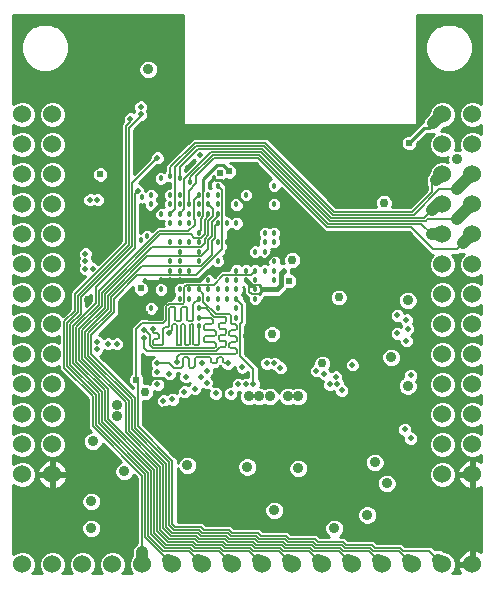
<source format=gbr>
G75*
G70*
%OFA0B0*%
%FSLAX24Y24*%
%IPPOS*%
%LPD*%
%AMOC8*
5,1,8,0,0,1.08239X$1,22.5*
%
%ADD10C,0.0600*%
%ADD11C,0.0180*%
%ADD12C,0.0100*%
%ADD13C,0.0354*%
%ADD14C,0.0295*%
%ADD15C,0.0237*%
%ADD16C,0.0198*%
%ADD17C,0.0200*%
%ADD18C,0.0150*%
%ADD19C,0.0300*%
%ADD20C,0.0180*%
%ADD21C,0.0160*%
%ADD22C,0.0050*%
%ADD23C,0.0400*%
D10*
X004652Y008038D03*
X005652Y008038D03*
X006652Y008038D03*
X007652Y008038D03*
X008652Y008038D03*
X009652Y008038D03*
X010652Y008038D03*
X011652Y008038D03*
X012652Y008038D03*
X013652Y008038D03*
X014652Y008038D03*
X015652Y008038D03*
X016652Y008038D03*
X017652Y008038D03*
X018652Y008038D03*
X019652Y008038D03*
X019652Y011038D03*
X018652Y011038D03*
X018652Y012038D03*
X018652Y013038D03*
X018652Y014038D03*
X018652Y015038D03*
X018652Y016038D03*
X018652Y017038D03*
X018652Y018038D03*
X018652Y019038D03*
X018652Y020038D03*
X018652Y021038D03*
X018652Y022038D03*
X018652Y023038D03*
X019652Y023038D03*
X019652Y022038D03*
X019652Y021038D03*
X019652Y020038D03*
X019652Y019038D03*
X019652Y018038D03*
X019652Y017038D03*
X019652Y016038D03*
X019652Y015038D03*
X019652Y014038D03*
X019652Y013038D03*
X019652Y012038D03*
X005652Y012038D03*
X005652Y013038D03*
X005652Y014038D03*
X004652Y014038D03*
X004652Y013038D03*
X004652Y012038D03*
X004652Y011038D03*
X005652Y011038D03*
X005652Y015038D03*
X005652Y016038D03*
X005652Y017038D03*
X005652Y018038D03*
X004652Y018038D03*
X004652Y017038D03*
X004652Y016038D03*
X004652Y015038D03*
X004652Y019038D03*
X004652Y020038D03*
X004652Y021038D03*
X004652Y022038D03*
X004652Y023038D03*
X005652Y023038D03*
X005652Y022038D03*
X005652Y021038D03*
X005652Y020038D03*
X005652Y019038D03*
D11*
X008602Y018838D03*
X008802Y018988D03*
X009586Y018779D03*
X009900Y018779D03*
X009900Y018464D03*
X009900Y018149D03*
X009586Y018149D03*
X009586Y017834D03*
X009900Y017834D03*
X009900Y017519D03*
X009586Y017519D03*
X009586Y017204D03*
X009900Y017204D03*
X009900Y016889D03*
X009586Y016889D03*
X009271Y017204D03*
X009271Y017519D03*
X008752Y017488D03*
X008956Y016574D03*
X009271Y016574D03*
X009271Y016259D03*
X010215Y016889D03*
X010215Y017204D03*
X010530Y017204D03*
X010530Y016889D03*
X010530Y016574D03*
X010845Y016889D03*
X010845Y017204D03*
X010845Y017519D03*
X011160Y017204D03*
X011160Y016889D03*
X011160Y016574D03*
X011475Y016889D03*
X011475Y017204D03*
X011475Y017519D03*
X011790Y017519D03*
X011790Y017834D03*
X012105Y017834D03*
X012105Y018149D03*
X012105Y018464D03*
X012105Y018779D03*
X012105Y019094D03*
X011790Y019409D03*
X011790Y019723D03*
X011475Y019723D03*
X011475Y019409D03*
X011160Y019409D03*
X011160Y019723D03*
X010845Y019723D03*
X010530Y019723D03*
X010215Y019723D03*
X010215Y019409D03*
X010530Y019094D03*
X010530Y018779D03*
X010215Y018779D03*
X010530Y018464D03*
X010530Y018149D03*
X010215Y017834D03*
X011160Y018149D03*
X011475Y018464D03*
X011475Y018779D03*
X011790Y018779D03*
X011790Y018464D03*
X012420Y018464D03*
X012735Y018464D03*
X012735Y018779D03*
X012735Y019094D03*
X012735Y019409D03*
X012735Y019723D03*
X012420Y019723D03*
X012420Y020038D03*
X012735Y020038D03*
X013050Y020038D03*
X013050Y020353D03*
X012735Y020353D03*
X012420Y020353D03*
X012105Y020353D03*
X011790Y020038D03*
X011475Y020038D03*
X011160Y020038D03*
X010845Y020038D03*
X010530Y020038D03*
X010215Y020038D03*
X010530Y020353D03*
X010845Y020353D03*
X011160Y020353D03*
X011160Y020668D03*
X011042Y020905D03*
X011790Y020668D03*
X013050Y020668D03*
X013365Y020353D03*
X013444Y019763D03*
X013050Y019094D03*
X013050Y018779D03*
X013050Y018149D03*
X013050Y017834D03*
X012735Y017834D03*
X012420Y017834D03*
X012420Y017519D03*
X012420Y017204D03*
X012420Y016889D03*
X012105Y017519D03*
X011790Y017204D03*
X011790Y016889D03*
X011790Y016574D03*
X011790Y016259D03*
X010530Y016259D03*
X010530Y015983D03*
X011160Y018779D03*
X009900Y019409D03*
X009900Y019723D03*
X009586Y019723D03*
X009586Y019409D03*
X009271Y019723D03*
X009586Y020038D03*
X009900Y020038D03*
X009900Y020353D03*
X009586Y020353D03*
X009586Y020983D03*
X009900Y020936D03*
X010152Y021238D03*
X010255Y020786D03*
X009271Y020905D03*
X008956Y020353D03*
X008956Y020038D03*
X008641Y020275D03*
X013050Y017519D03*
X013365Y017834D03*
D12*
X005034Y007784D02*
X004989Y007738D01*
X005316Y007738D01*
X005271Y007784D01*
X005202Y007949D01*
X005202Y008128D01*
X005271Y008293D01*
X005398Y008420D01*
X005563Y008488D01*
X005742Y008488D01*
X005907Y008420D01*
X006034Y008293D01*
X006102Y008128D01*
X006102Y007949D01*
X006034Y007784D01*
X005989Y007738D01*
X006316Y007738D01*
X006271Y007784D01*
X006202Y007949D01*
X006202Y008128D01*
X006271Y008293D01*
X006398Y008420D01*
X006563Y008488D01*
X006742Y008488D01*
X006907Y008420D01*
X007034Y008293D01*
X007102Y008128D01*
X007102Y007949D01*
X007034Y007784D01*
X006989Y007738D01*
X007316Y007738D01*
X007271Y007784D01*
X007202Y007949D01*
X007202Y008128D01*
X007271Y008293D01*
X007398Y008420D01*
X007563Y008488D01*
X007742Y008488D01*
X007907Y008420D01*
X008034Y008293D01*
X008102Y008128D01*
X008102Y007949D01*
X008034Y007784D01*
X007989Y007738D01*
X008316Y007738D01*
X008271Y007784D01*
X008202Y007949D01*
X008202Y008128D01*
X008271Y008293D01*
X008302Y008325D01*
X008302Y008583D01*
X008477Y008758D01*
X008477Y010916D01*
X008362Y011031D01*
X008330Y010953D01*
X008238Y010861D01*
X008118Y010811D01*
X007987Y010811D01*
X007867Y010861D01*
X007775Y010953D01*
X007725Y011073D01*
X007725Y011204D01*
X007775Y011324D01*
X007867Y011416D01*
X007945Y011448D01*
X007327Y012067D01*
X007280Y011953D01*
X007188Y011861D01*
X007068Y011811D01*
X006937Y011811D01*
X006817Y011861D01*
X006725Y011953D01*
X006675Y012073D01*
X006675Y012204D01*
X006725Y012324D01*
X006817Y012416D01*
X006931Y012463D01*
X006930Y012463D01*
X006827Y012566D01*
X006827Y013566D01*
X005877Y014516D01*
X005877Y014645D01*
X005742Y014588D01*
X005563Y014588D01*
X005398Y014657D01*
X005271Y014784D01*
X005202Y014949D01*
X005202Y015128D01*
X005271Y015293D01*
X005398Y015420D01*
X005563Y015488D01*
X005742Y015488D01*
X005877Y015432D01*
X005877Y015645D01*
X005742Y015588D01*
X005563Y015588D01*
X005398Y015657D01*
X005271Y015784D01*
X005202Y015949D01*
X005202Y016128D01*
X005271Y016293D01*
X005398Y016420D01*
X005563Y016488D01*
X005742Y016488D01*
X005907Y016420D01*
X005997Y016330D01*
X006227Y016561D01*
X006227Y016966D01*
X006227Y017111D01*
X006756Y017639D01*
X006703Y017639D01*
X006611Y017677D01*
X006541Y017747D01*
X006503Y017839D01*
X006503Y017938D01*
X006535Y018013D01*
X006503Y018089D01*
X006503Y018188D01*
X006535Y018263D01*
X006503Y018339D01*
X006503Y018438D01*
X006541Y018529D01*
X006611Y018600D01*
X006703Y018637D01*
X006802Y018637D01*
X006894Y018600D01*
X006964Y018529D01*
X007001Y018438D01*
X007001Y018339D01*
X006970Y018263D01*
X007001Y018188D01*
X007001Y018137D01*
X007052Y018137D01*
X007144Y018100D01*
X007180Y018063D01*
X007927Y018811D01*
X007927Y022566D01*
X007927Y022711D01*
X008019Y022802D01*
X008003Y022839D01*
X008003Y022938D01*
X008041Y023029D01*
X008111Y023100D01*
X008203Y023137D01*
X008302Y023137D01*
X008363Y023112D01*
X008385Y023163D01*
X008353Y023239D01*
X008353Y023338D01*
X008391Y023429D01*
X008461Y023500D01*
X008553Y023537D01*
X008652Y023537D01*
X008744Y023500D01*
X008814Y023429D01*
X008851Y023338D01*
X008851Y023239D01*
X008820Y023163D01*
X008851Y023088D01*
X008851Y022989D01*
X008814Y022897D01*
X008744Y022827D01*
X008652Y022789D01*
X008651Y022789D01*
X008377Y022516D01*
X008377Y021061D01*
X008903Y021587D01*
X008903Y021638D01*
X008941Y021729D01*
X009011Y021800D01*
X009103Y021837D01*
X009202Y021837D01*
X009294Y021800D01*
X009364Y021729D01*
X009401Y021638D01*
X009401Y021539D01*
X009364Y021447D01*
X009294Y021377D01*
X009202Y021339D01*
X009151Y021339D01*
X008549Y020737D01*
X008552Y020737D01*
X008644Y020700D01*
X008714Y020629D01*
X008751Y020538D01*
X008751Y020488D01*
X008752Y020488D01*
X008752Y020489D01*
X008820Y020557D01*
X008908Y020593D01*
X009003Y020593D01*
X009092Y020557D01*
X009159Y020489D01*
X009196Y020401D01*
X009196Y020306D01*
X009159Y020217D01*
X009137Y020196D01*
X009159Y020174D01*
X009196Y020086D01*
X009196Y019991D01*
X009346Y019991D01*
X009365Y019944D01*
X009318Y019963D01*
X009223Y019963D01*
X009176Y019944D01*
X009196Y019991D01*
X009194Y020090D02*
X009347Y020090D01*
X009346Y020086D02*
X009346Y019991D01*
X009346Y020086D02*
X009382Y020174D01*
X009404Y020196D01*
X009382Y020217D01*
X009346Y020306D01*
X009346Y020401D01*
X009382Y020489D01*
X009450Y020557D01*
X009538Y020593D01*
X009568Y020593D01*
X009568Y020743D01*
X009538Y020743D01*
X009474Y020770D01*
X009474Y020769D01*
X009406Y020701D01*
X009318Y020665D01*
X009223Y020665D01*
X009135Y020701D01*
X009067Y020769D01*
X009031Y020857D01*
X009031Y020952D01*
X009067Y021041D01*
X009135Y021108D01*
X009223Y021145D01*
X009318Y021145D01*
X009382Y021118D01*
X009382Y021119D01*
X009411Y021148D01*
X009411Y021199D01*
X009411Y021344D01*
X010227Y022161D01*
X010330Y022263D01*
X012825Y022263D01*
X012927Y022161D01*
X015125Y019963D01*
X016432Y019963D01*
X016405Y020029D01*
X016405Y020148D01*
X016450Y020257D01*
X016534Y020341D01*
X016643Y020386D01*
X016762Y020386D01*
X016871Y020341D01*
X016955Y020257D01*
X017000Y020148D01*
X017000Y020029D01*
X016973Y019963D01*
X017580Y019963D01*
X018127Y020511D01*
X018127Y020616D01*
X018127Y020668D01*
X018102Y020693D01*
X018102Y020983D01*
X018202Y021083D01*
X018202Y021128D01*
X018271Y021293D01*
X018398Y021420D01*
X018563Y021488D01*
X018742Y021488D01*
X018835Y021450D01*
X018825Y021473D01*
X018825Y021604D01*
X018835Y021627D01*
X018742Y021588D01*
X018563Y021588D01*
X018398Y021657D01*
X018271Y021784D01*
X018202Y021949D01*
X018202Y022128D01*
X018271Y022293D01*
X018366Y022388D01*
X018285Y022388D01*
X018135Y022388D01*
X017821Y022074D01*
X017821Y022035D01*
X017780Y021936D01*
X017705Y021861D01*
X017606Y021820D01*
X017499Y021820D01*
X017400Y021861D01*
X017325Y021936D01*
X017284Y022035D01*
X017284Y022142D01*
X017325Y022241D01*
X017400Y022316D01*
X017499Y022357D01*
X017538Y022357D01*
X017970Y022788D01*
X018002Y022788D01*
X018002Y022883D01*
X018202Y023083D01*
X018202Y023128D01*
X018271Y023293D01*
X018398Y023420D01*
X018563Y023488D01*
X018742Y023488D01*
X018907Y023420D01*
X019034Y023293D01*
X019102Y023128D01*
X019102Y022949D01*
X019034Y022784D01*
X018907Y022657D01*
X018742Y022588D01*
X018697Y022588D01*
X018597Y022488D01*
X018742Y022488D01*
X018907Y022420D01*
X019034Y022293D01*
X019102Y022128D01*
X019102Y021949D01*
X019064Y021856D01*
X019087Y021866D01*
X019218Y021866D01*
X019241Y021856D01*
X019202Y021949D01*
X019202Y022128D01*
X019271Y022293D01*
X019398Y022420D01*
X019563Y022488D01*
X019742Y022488D01*
X019907Y022420D01*
X019952Y022375D01*
X019952Y022702D01*
X019907Y022657D01*
X019742Y022588D01*
X019563Y022588D01*
X019398Y022657D01*
X019271Y022784D01*
X019202Y022949D01*
X019202Y023128D01*
X019271Y023293D01*
X019398Y023420D01*
X019563Y023488D01*
X019742Y023488D01*
X019907Y023420D01*
X019952Y023375D01*
X019952Y026338D01*
X017802Y026338D01*
X017802Y022688D01*
X010002Y022688D01*
X010002Y026338D01*
X004352Y026338D01*
X004352Y023375D01*
X004398Y023420D01*
X004563Y023488D01*
X004742Y023488D01*
X004907Y023420D01*
X005034Y023293D01*
X005102Y023128D01*
X005102Y022949D01*
X005034Y022784D01*
X004907Y022657D01*
X004742Y022588D01*
X004563Y022588D01*
X004398Y022657D01*
X004352Y022702D01*
X004352Y022375D01*
X004398Y022420D01*
X004563Y022488D01*
X004742Y022488D01*
X004907Y022420D01*
X005034Y022293D01*
X005102Y022128D01*
X005102Y021949D01*
X005034Y021784D01*
X004907Y021657D01*
X004742Y021588D01*
X004563Y021588D01*
X004398Y021657D01*
X004352Y021702D01*
X004352Y021375D01*
X004398Y021420D01*
X004563Y021488D01*
X004742Y021488D01*
X004907Y021420D01*
X005034Y021293D01*
X005102Y021128D01*
X005102Y020949D01*
X005034Y020784D01*
X004907Y020657D01*
X004742Y020588D01*
X004563Y020588D01*
X004398Y020657D01*
X004352Y020702D01*
X004352Y020375D01*
X004398Y020420D01*
X004563Y020488D01*
X004742Y020488D01*
X004907Y020420D01*
X005034Y020293D01*
X005102Y020128D01*
X005102Y019949D01*
X005034Y019784D01*
X004907Y019657D01*
X004742Y019588D01*
X004563Y019588D01*
X004398Y019657D01*
X004352Y019702D01*
X004352Y019375D01*
X004398Y019420D01*
X004563Y019488D01*
X004742Y019488D01*
X004907Y019420D01*
X005034Y019293D01*
X005102Y019128D01*
X005102Y018949D01*
X005034Y018784D01*
X004907Y018657D01*
X004742Y018588D01*
X004563Y018588D01*
X004398Y018657D01*
X004352Y018702D01*
X004352Y018375D01*
X004398Y018420D01*
X004563Y018488D01*
X004742Y018488D01*
X004907Y018420D01*
X005034Y018293D01*
X005102Y018128D01*
X005102Y017949D01*
X005034Y017784D01*
X004907Y017657D01*
X004742Y017588D01*
X004563Y017588D01*
X004398Y017657D01*
X004352Y017702D01*
X004352Y017375D01*
X004398Y017420D01*
X004563Y017488D01*
X004742Y017488D01*
X004907Y017420D01*
X005034Y017293D01*
X005102Y017128D01*
X005102Y016949D01*
X005034Y016784D01*
X004907Y016657D01*
X004742Y016588D01*
X004563Y016588D01*
X004398Y016657D01*
X004352Y016702D01*
X004352Y016375D01*
X004398Y016420D01*
X004563Y016488D01*
X004742Y016488D01*
X004907Y016420D01*
X005034Y016293D01*
X005102Y016128D01*
X005102Y015949D01*
X005034Y015784D01*
X004907Y015657D01*
X004742Y015588D01*
X004563Y015588D01*
X004398Y015657D01*
X004352Y015702D01*
X004352Y015375D01*
X004398Y015420D01*
X004563Y015488D01*
X004742Y015488D01*
X004907Y015420D01*
X005034Y015293D01*
X005102Y015128D01*
X005102Y014949D01*
X005034Y014784D01*
X004907Y014657D01*
X004742Y014588D01*
X004563Y014588D01*
X004398Y014657D01*
X004352Y014702D01*
X004352Y014375D01*
X004398Y014420D01*
X004563Y014488D01*
X004742Y014488D01*
X004907Y014420D01*
X005034Y014293D01*
X005102Y014128D01*
X005102Y013949D01*
X005034Y013784D01*
X004907Y013657D01*
X004742Y013588D01*
X004563Y013588D01*
X004398Y013657D01*
X004352Y013702D01*
X004352Y013375D01*
X004398Y013420D01*
X004563Y013488D01*
X004742Y013488D01*
X004907Y013420D01*
X005034Y013293D01*
X005102Y013128D01*
X005102Y012949D01*
X005034Y012784D01*
X004907Y012657D01*
X004742Y012588D01*
X004563Y012588D01*
X004398Y012657D01*
X004352Y012702D01*
X004352Y012375D01*
X004398Y012420D01*
X004563Y012488D01*
X004742Y012488D01*
X004907Y012420D01*
X005034Y012293D01*
X005102Y012128D01*
X005102Y011949D01*
X005034Y011784D01*
X004907Y011657D01*
X004742Y011588D01*
X004563Y011588D01*
X004398Y011657D01*
X004352Y011702D01*
X004352Y011375D01*
X004398Y011420D01*
X004563Y011488D01*
X004742Y011488D01*
X004907Y011420D01*
X005034Y011293D01*
X005102Y011128D01*
X005102Y010949D01*
X005034Y010784D01*
X004907Y010657D01*
X004742Y010588D01*
X004563Y010588D01*
X004398Y010657D01*
X004352Y010702D01*
X004352Y008375D01*
X004398Y008420D01*
X004563Y008488D01*
X004742Y008488D01*
X004907Y008420D01*
X005034Y008293D01*
X005102Y008128D01*
X005102Y007949D01*
X005034Y007784D01*
X005022Y007772D02*
X005283Y007772D01*
X005235Y007870D02*
X005070Y007870D01*
X005102Y007969D02*
X005202Y007969D01*
X005202Y008068D02*
X005102Y008068D01*
X005087Y008166D02*
X005218Y008166D01*
X005259Y008265D02*
X005046Y008265D01*
X004964Y008363D02*
X005341Y008363D01*
X005499Y008462D02*
X004806Y008462D01*
X004499Y008462D02*
X004352Y008462D01*
X004352Y008560D02*
X008302Y008560D01*
X008302Y008462D02*
X007806Y008462D01*
X007964Y008363D02*
X008302Y008363D01*
X008259Y008265D02*
X008046Y008265D01*
X008087Y008166D02*
X008218Y008166D01*
X008202Y008068D02*
X008102Y008068D01*
X008102Y007969D02*
X008202Y007969D01*
X008235Y007870D02*
X008070Y007870D01*
X008022Y007772D02*
X008283Y007772D01*
X008378Y008659D02*
X004352Y008659D01*
X004352Y008757D02*
X008476Y008757D01*
X008477Y008856D02*
X004352Y008856D01*
X004352Y008954D02*
X006783Y008954D01*
X006767Y008961D02*
X006887Y008911D01*
X007018Y008911D01*
X007138Y008961D01*
X007230Y009053D01*
X007280Y009173D01*
X007280Y009304D01*
X007230Y009424D01*
X007138Y009516D01*
X007018Y009566D01*
X006887Y009566D01*
X006767Y009516D01*
X006675Y009424D01*
X006625Y009304D01*
X006625Y009173D01*
X006675Y009053D01*
X006767Y008961D01*
X006675Y009053D02*
X004352Y009053D01*
X004352Y009152D02*
X006634Y009152D01*
X006625Y009250D02*
X004352Y009250D01*
X004352Y009349D02*
X006644Y009349D01*
X006699Y009447D02*
X004352Y009447D01*
X004352Y009546D02*
X006839Y009546D01*
X007065Y009546D02*
X008477Y009546D01*
X008477Y009644D02*
X004352Y009644D01*
X004352Y009743D02*
X008477Y009743D01*
X008477Y009841D02*
X007090Y009841D01*
X007138Y009861D02*
X007230Y009953D01*
X007280Y010073D01*
X007280Y010204D01*
X007230Y010324D01*
X007138Y010416D01*
X007018Y010466D01*
X006887Y010466D01*
X006767Y010416D01*
X006675Y010324D01*
X006625Y010204D01*
X006625Y010073D01*
X006675Y009953D01*
X006767Y009861D01*
X006887Y009811D01*
X007018Y009811D01*
X007138Y009861D01*
X007217Y009940D02*
X008477Y009940D01*
X008477Y010038D02*
X007265Y010038D01*
X007280Y010137D02*
X008477Y010137D01*
X008477Y010236D02*
X007266Y010236D01*
X007219Y010334D02*
X008477Y010334D01*
X008477Y010433D02*
X007097Y010433D01*
X006808Y010433D02*
X004352Y010433D01*
X004352Y010531D02*
X008477Y010531D01*
X008477Y010630D02*
X005951Y010630D01*
X005936Y010615D02*
X006076Y010755D01*
X006152Y010939D01*
X006152Y010988D01*
X005703Y010988D01*
X005703Y011088D01*
X006152Y011088D01*
X006152Y011138D01*
X006076Y011322D01*
X005936Y011462D01*
X005752Y011538D01*
X005702Y011538D01*
X005702Y011089D01*
X005602Y011089D01*
X005602Y011538D01*
X005553Y011538D01*
X005369Y011462D01*
X005229Y011322D01*
X005152Y011138D01*
X005152Y011088D01*
X005602Y011088D01*
X005602Y010988D01*
X005702Y010988D01*
X005702Y010538D01*
X005752Y010538D01*
X005936Y010615D01*
X006049Y010728D02*
X008477Y010728D01*
X008477Y010827D02*
X008155Y010827D01*
X008302Y010925D02*
X008468Y010925D01*
X008370Y011024D02*
X008359Y011024D01*
X007950Y010827D02*
X006106Y010827D01*
X006147Y010925D02*
X007803Y010925D01*
X007746Y011024D02*
X005703Y011024D01*
X005702Y011122D02*
X005602Y011122D01*
X005602Y011024D02*
X005102Y011024D01*
X005152Y010988D02*
X005152Y010939D01*
X005229Y010755D01*
X005369Y010615D01*
X005553Y010538D01*
X005602Y010538D01*
X005602Y010988D01*
X005152Y010988D01*
X005158Y010925D02*
X005093Y010925D01*
X005052Y010827D02*
X005199Y010827D01*
X005256Y010728D02*
X004979Y010728D01*
X004842Y010630D02*
X005354Y010630D01*
X005602Y010630D02*
X005702Y010630D01*
X005702Y010728D02*
X005602Y010728D01*
X005602Y010827D02*
X005702Y010827D01*
X005702Y010925D02*
X005602Y010925D01*
X005602Y011221D02*
X005702Y011221D01*
X005702Y011319D02*
X005602Y011319D01*
X005602Y011418D02*
X005702Y011418D01*
X005702Y011517D02*
X005602Y011517D01*
X005563Y011588D02*
X005742Y011588D01*
X005907Y011657D01*
X006034Y011784D01*
X006102Y011949D01*
X006102Y012128D01*
X006034Y012293D01*
X005907Y012420D01*
X005742Y012488D01*
X005563Y012488D01*
X005398Y012420D01*
X005271Y012293D01*
X005202Y012128D01*
X005202Y011949D01*
X005271Y011784D01*
X005398Y011657D01*
X005563Y011588D01*
X005498Y011615D02*
X004806Y011615D01*
X004964Y011714D02*
X005341Y011714D01*
X005259Y011812D02*
X005046Y011812D01*
X005087Y011911D02*
X005218Y011911D01*
X005202Y012009D02*
X005102Y012009D01*
X005102Y012108D02*
X005202Y012108D01*
X005235Y012206D02*
X005070Y012206D01*
X005022Y012305D02*
X005283Y012305D01*
X005381Y012403D02*
X004924Y012403D01*
X004771Y012601D02*
X005534Y012601D01*
X005563Y012588D02*
X005742Y012588D01*
X005907Y012657D01*
X006034Y012784D01*
X006102Y012949D01*
X006102Y013128D01*
X006034Y013293D01*
X005907Y013420D01*
X005742Y013488D01*
X005563Y013488D01*
X005398Y013420D01*
X005271Y013293D01*
X005202Y013128D01*
X005202Y012949D01*
X005271Y012784D01*
X005398Y012657D01*
X005563Y012588D01*
X005771Y012601D02*
X006827Y012601D01*
X006827Y012699D02*
X005949Y012699D01*
X006040Y012798D02*
X006827Y012798D01*
X006827Y012896D02*
X006081Y012896D01*
X006102Y012995D02*
X006827Y012995D01*
X006827Y013093D02*
X006102Y013093D01*
X006076Y013192D02*
X006827Y013192D01*
X006827Y013290D02*
X006035Y013290D01*
X005938Y013389D02*
X006827Y013389D01*
X006827Y013487D02*
X005744Y013487D01*
X005742Y013588D02*
X005563Y013588D01*
X005398Y013657D01*
X005271Y013784D01*
X005202Y013949D01*
X005202Y014128D01*
X005271Y014293D01*
X005398Y014420D01*
X005563Y014488D01*
X005742Y014488D01*
X005907Y014420D01*
X006034Y014293D01*
X006102Y014128D01*
X006102Y013949D01*
X006034Y013784D01*
X005907Y013657D01*
X005742Y013588D01*
X005561Y013487D02*
X004744Y013487D01*
X004561Y013487D02*
X004352Y013487D01*
X004352Y013389D02*
X004367Y013389D01*
X004352Y013586D02*
X006807Y013586D01*
X006709Y013685D02*
X005935Y013685D01*
X006033Y013783D02*
X006610Y013783D01*
X006512Y013882D02*
X006075Y013882D01*
X006102Y013980D02*
X006413Y013980D01*
X006315Y014079D02*
X006102Y014079D01*
X006082Y014177D02*
X006216Y014177D01*
X006118Y014276D02*
X006041Y014276D01*
X006019Y014374D02*
X005953Y014374D01*
X005921Y014473D02*
X005779Y014473D01*
X005877Y014571D02*
X004352Y014571D01*
X004352Y014473D02*
X004525Y014473D01*
X004384Y014670D02*
X004352Y014670D01*
X004779Y014473D02*
X005525Y014473D01*
X005352Y014374D02*
X004953Y014374D01*
X005041Y014276D02*
X005264Y014276D01*
X005223Y014177D02*
X005082Y014177D01*
X005102Y014079D02*
X005202Y014079D01*
X005202Y013980D02*
X005102Y013980D01*
X005075Y013882D02*
X005230Y013882D01*
X005271Y013783D02*
X005033Y013783D01*
X004935Y013685D02*
X005370Y013685D01*
X005367Y013389D02*
X004938Y013389D01*
X005035Y013290D02*
X005270Y013290D01*
X005229Y013192D02*
X005076Y013192D01*
X005102Y013093D02*
X005202Y013093D01*
X005202Y012995D02*
X005102Y012995D01*
X005081Y012896D02*
X005224Y012896D01*
X005265Y012798D02*
X005040Y012798D01*
X004949Y012699D02*
X005355Y012699D01*
X005924Y012403D02*
X006805Y012403D01*
X006891Y012502D02*
X004352Y012502D01*
X004352Y012403D02*
X004381Y012403D01*
X004352Y012601D02*
X004534Y012601D01*
X004355Y012699D02*
X004352Y012699D01*
X004352Y013685D02*
X004370Y013685D01*
X004920Y014670D02*
X005384Y014670D01*
X005286Y014769D02*
X005019Y014769D01*
X005068Y014867D02*
X005236Y014867D01*
X005202Y014966D02*
X005102Y014966D01*
X005102Y015064D02*
X005202Y015064D01*
X005217Y015163D02*
X005088Y015163D01*
X005047Y015261D02*
X005258Y015261D01*
X005337Y015360D02*
X004967Y015360D01*
X004815Y015458D02*
X005490Y015458D01*
X005401Y015655D02*
X004904Y015655D01*
X005004Y015754D02*
X005301Y015754D01*
X005242Y015852D02*
X005062Y015852D01*
X005102Y015951D02*
X005202Y015951D01*
X005202Y016050D02*
X005102Y016050D01*
X005094Y016148D02*
X005211Y016148D01*
X005252Y016247D02*
X005053Y016247D01*
X004982Y016345D02*
X005323Y016345D01*
X005455Y016444D02*
X004850Y016444D01*
X004868Y016641D02*
X005436Y016641D01*
X005398Y016657D02*
X005563Y016588D01*
X005742Y016588D01*
X005907Y016657D01*
X006034Y016784D01*
X006102Y016949D01*
X006102Y017128D01*
X006034Y017293D01*
X005907Y017420D01*
X005742Y017488D01*
X005563Y017488D01*
X005398Y017420D01*
X005271Y017293D01*
X005202Y017128D01*
X005202Y016949D01*
X005271Y016784D01*
X005398Y016657D01*
X005315Y016739D02*
X004990Y016739D01*
X005056Y016838D02*
X005248Y016838D01*
X005208Y016936D02*
X005097Y016936D01*
X005102Y017035D02*
X005202Y017035D01*
X005205Y017134D02*
X005100Y017134D01*
X005059Y017232D02*
X005246Y017232D01*
X005308Y017331D02*
X004997Y017331D01*
X004885Y017429D02*
X005420Y017429D01*
X005472Y017626D02*
X004833Y017626D01*
X004975Y017725D02*
X005330Y017725D01*
X005271Y017784D02*
X005398Y017657D01*
X005563Y017588D01*
X005742Y017588D01*
X005907Y017657D01*
X006034Y017784D01*
X006102Y017949D01*
X006102Y018128D01*
X006034Y018293D01*
X005907Y018420D01*
X005742Y018488D01*
X005563Y018488D01*
X005398Y018420D01*
X005271Y018293D01*
X005202Y018128D01*
X005202Y017949D01*
X005271Y017784D01*
X005254Y017823D02*
X005050Y017823D01*
X005091Y017922D02*
X005214Y017922D01*
X005202Y018020D02*
X005102Y018020D01*
X005102Y018119D02*
X005202Y018119D01*
X005240Y018218D02*
X005065Y018218D01*
X005011Y018316D02*
X005294Y018316D01*
X005392Y018415D02*
X004913Y018415D01*
X004798Y018612D02*
X005507Y018612D01*
X005563Y018588D02*
X005742Y018588D01*
X005907Y018657D01*
X006034Y018784D01*
X006102Y018949D01*
X006102Y019128D01*
X006034Y019293D01*
X005907Y019420D01*
X005742Y019488D01*
X005563Y019488D01*
X005398Y019420D01*
X005271Y019293D01*
X005202Y019128D01*
X005202Y018949D01*
X005271Y018784D01*
X005398Y018657D01*
X005563Y018588D01*
X005798Y018612D02*
X006641Y018612D01*
X006535Y018513D02*
X004352Y018513D01*
X004352Y018415D02*
X004392Y018415D01*
X004352Y018612D02*
X004507Y018612D01*
X004961Y018710D02*
X005344Y018710D01*
X005260Y018809D02*
X005044Y018809D01*
X005085Y018907D02*
X005220Y018907D01*
X005202Y019006D02*
X005102Y019006D01*
X005102Y019104D02*
X005202Y019104D01*
X005234Y019203D02*
X005071Y019203D01*
X005026Y019301D02*
X005279Y019301D01*
X005378Y019400D02*
X004927Y019400D01*
X004763Y019597D02*
X005542Y019597D01*
X005563Y019588D02*
X005742Y019588D01*
X005907Y019657D01*
X006034Y019784D01*
X006102Y019949D01*
X006102Y020128D01*
X006034Y020293D01*
X005907Y020420D01*
X005742Y020488D01*
X005563Y020488D01*
X005398Y020420D01*
X005271Y020293D01*
X005202Y020128D01*
X005202Y019949D01*
X005271Y019784D01*
X005398Y019657D01*
X005563Y019588D01*
X005763Y019597D02*
X007927Y019597D01*
X007927Y019499D02*
X004352Y019499D01*
X004352Y019597D02*
X004542Y019597D01*
X004359Y019696D02*
X004352Y019696D01*
X004352Y019400D02*
X004378Y019400D01*
X004946Y019696D02*
X005359Y019696D01*
X005266Y019794D02*
X005038Y019794D01*
X005079Y019893D02*
X005226Y019893D01*
X005202Y019991D02*
X005102Y019991D01*
X005102Y020090D02*
X005202Y020090D01*
X005228Y020188D02*
X005077Y020188D01*
X005037Y020287D02*
X005268Y020287D01*
X005363Y020385D02*
X004942Y020385D01*
X004752Y020484D02*
X005552Y020484D01*
X005563Y020588D02*
X005742Y020588D01*
X005907Y020657D01*
X006034Y020784D01*
X006102Y020949D01*
X006102Y021128D01*
X006034Y021293D01*
X005907Y021420D01*
X005742Y021488D01*
X005563Y021488D01*
X005398Y021420D01*
X005271Y021293D01*
X005202Y021128D01*
X005202Y020949D01*
X005271Y020784D01*
X005398Y020657D01*
X005563Y020588D01*
X005373Y020681D02*
X004931Y020681D01*
X005030Y020780D02*
X005275Y020780D01*
X005232Y020878D02*
X005073Y020878D01*
X005102Y020977D02*
X005202Y020977D01*
X005202Y021075D02*
X005102Y021075D01*
X005083Y021174D02*
X005221Y021174D01*
X005262Y021272D02*
X005043Y021272D01*
X004956Y021371D02*
X005349Y021371D01*
X005517Y021469D02*
X004788Y021469D01*
X004917Y021667D02*
X005388Y021667D01*
X005398Y021657D02*
X005563Y021588D01*
X005742Y021588D01*
X005907Y021657D01*
X006034Y021784D01*
X006102Y021949D01*
X006102Y022128D01*
X006034Y022293D01*
X005907Y022420D01*
X005742Y022488D01*
X005563Y022488D01*
X005398Y022420D01*
X005271Y022293D01*
X005202Y022128D01*
X005202Y021949D01*
X005271Y021784D01*
X005398Y021657D01*
X005289Y021765D02*
X005015Y021765D01*
X005067Y021864D02*
X005238Y021864D01*
X005202Y021962D02*
X005102Y021962D01*
X005102Y022061D02*
X005202Y022061D01*
X005215Y022159D02*
X005089Y022159D01*
X005049Y022258D02*
X005256Y022258D01*
X005334Y022356D02*
X004971Y022356D01*
X004823Y022455D02*
X005482Y022455D01*
X005563Y022588D02*
X005742Y022588D01*
X005907Y022657D01*
X006034Y022784D01*
X006102Y022949D01*
X006102Y023128D01*
X006034Y023293D01*
X005907Y023420D01*
X005742Y023488D01*
X005563Y023488D01*
X005398Y023420D01*
X005271Y023293D01*
X005202Y023128D01*
X005202Y022949D01*
X005271Y022784D01*
X005398Y022657D01*
X005563Y022588D01*
X005409Y022652D02*
X004895Y022652D01*
X005001Y022751D02*
X005304Y022751D01*
X005244Y022849D02*
X005061Y022849D01*
X005102Y022948D02*
X005203Y022948D01*
X005202Y023046D02*
X005102Y023046D01*
X005095Y023145D02*
X005209Y023145D01*
X005250Y023243D02*
X005055Y023243D01*
X004985Y023342D02*
X005319Y023342D01*
X005447Y023440D02*
X004858Y023440D01*
X004447Y023440D02*
X004352Y023440D01*
X004352Y023539D02*
X010002Y023539D01*
X010002Y023637D02*
X004352Y023637D01*
X004352Y023736D02*
X010002Y023736D01*
X010002Y023834D02*
X004352Y023834D01*
X004352Y023933D02*
X010002Y023933D01*
X010002Y024032D02*
X004352Y024032D01*
X004352Y024130D02*
X010002Y024130D01*
X010002Y024229D02*
X008960Y024229D01*
X008918Y024211D02*
X009038Y024261D01*
X009130Y024353D01*
X009180Y024473D01*
X009180Y024604D01*
X009130Y024724D01*
X009038Y024816D01*
X008918Y024866D01*
X008787Y024866D01*
X008667Y024816D01*
X008575Y024724D01*
X008525Y024604D01*
X008525Y024473D01*
X008575Y024353D01*
X008667Y024261D01*
X008787Y024211D01*
X008918Y024211D01*
X008745Y024229D02*
X004352Y024229D01*
X004352Y024327D02*
X008601Y024327D01*
X008545Y024426D02*
X004352Y024426D01*
X004352Y024524D02*
X005106Y024524D01*
X004959Y024585D02*
X005253Y024463D01*
X005571Y024463D01*
X005865Y024585D01*
X006090Y024810D01*
X006212Y025104D01*
X006212Y025422D01*
X006090Y025716D01*
X005865Y025941D01*
X005571Y026062D01*
X005253Y026062D01*
X004959Y025941D01*
X004734Y025716D01*
X004613Y025422D01*
X004613Y025104D01*
X004734Y024810D01*
X004959Y024585D01*
X004921Y024623D02*
X004352Y024623D01*
X004352Y024721D02*
X004823Y024721D01*
X004730Y024820D02*
X004352Y024820D01*
X004352Y024918D02*
X004689Y024918D01*
X004649Y025017D02*
X004352Y025017D01*
X004352Y025116D02*
X004613Y025116D01*
X004613Y025214D02*
X004352Y025214D01*
X004352Y025313D02*
X004613Y025313D01*
X004613Y025411D02*
X004352Y025411D01*
X004352Y025510D02*
X004649Y025510D01*
X004690Y025608D02*
X004352Y025608D01*
X004352Y025707D02*
X004731Y025707D01*
X004824Y025805D02*
X004352Y025805D01*
X004352Y025904D02*
X004923Y025904D01*
X005108Y026002D02*
X004352Y026002D01*
X004352Y026101D02*
X010002Y026101D01*
X010002Y026200D02*
X004352Y026200D01*
X004352Y026298D02*
X010002Y026298D01*
X010002Y026002D02*
X005716Y026002D01*
X005902Y025904D02*
X010002Y025904D01*
X010002Y025805D02*
X006001Y025805D01*
X006094Y025707D02*
X010002Y025707D01*
X010002Y025608D02*
X006135Y025608D01*
X006175Y025510D02*
X010002Y025510D01*
X010002Y025411D02*
X006212Y025411D01*
X006212Y025313D02*
X010002Y025313D01*
X010002Y025214D02*
X006212Y025214D01*
X006212Y025116D02*
X010002Y025116D01*
X010002Y025017D02*
X006176Y025017D01*
X006135Y024918D02*
X010002Y024918D01*
X010002Y024820D02*
X009028Y024820D01*
X009131Y024721D02*
X010002Y024721D01*
X010002Y024623D02*
X009172Y024623D01*
X009180Y024524D02*
X010002Y024524D01*
X010002Y024426D02*
X009160Y024426D01*
X009104Y024327D02*
X010002Y024327D01*
X010002Y023440D02*
X008803Y023440D01*
X008850Y023342D02*
X010002Y023342D01*
X010002Y023243D02*
X008851Y023243D01*
X008828Y023145D02*
X010002Y023145D01*
X010002Y023046D02*
X008851Y023046D01*
X008834Y022948D02*
X010002Y022948D01*
X010002Y022849D02*
X008765Y022849D01*
X008612Y022751D02*
X010002Y022751D01*
X010324Y022258D02*
X008377Y022258D01*
X008377Y022356D02*
X017497Y022356D01*
X017636Y022455D02*
X008377Y022455D01*
X008415Y022553D02*
X017735Y022553D01*
X017833Y022652D02*
X008513Y022652D01*
X008377Y022159D02*
X010226Y022159D01*
X010127Y022061D02*
X008377Y022061D01*
X008377Y021962D02*
X010029Y021962D01*
X009930Y021864D02*
X008377Y021864D01*
X008377Y021765D02*
X008977Y021765D01*
X008915Y021667D02*
X008377Y021667D01*
X008377Y021568D02*
X008885Y021568D01*
X008786Y021469D02*
X008377Y021469D01*
X008377Y021371D02*
X008688Y021371D01*
X008589Y021272D02*
X008377Y021272D01*
X008377Y021174D02*
X008490Y021174D01*
X008392Y021075D02*
X008377Y021075D01*
X008591Y020780D02*
X009062Y020780D01*
X009031Y020878D02*
X008690Y020878D01*
X008788Y020977D02*
X009041Y020977D01*
X009102Y021075D02*
X008887Y021075D01*
X008985Y021174D02*
X009411Y021174D01*
X009411Y021272D02*
X009084Y021272D01*
X009278Y021371D02*
X009437Y021371D01*
X009373Y021469D02*
X009536Y021469D01*
X009635Y021568D02*
X009401Y021568D01*
X009390Y021667D02*
X009733Y021667D01*
X009832Y021765D02*
X009328Y021765D01*
X010075Y021214D02*
X010075Y021159D01*
X010408Y021491D01*
X010380Y021519D01*
X010075Y021214D01*
X010075Y021174D02*
X010090Y021174D01*
X010134Y021272D02*
X010189Y021272D01*
X010232Y021371D02*
X010288Y021371D01*
X010331Y021469D02*
X010386Y021469D01*
X010688Y020874D02*
X011152Y021338D01*
X011352Y021338D01*
X011552Y021138D01*
X011439Y020895D02*
X011499Y020870D01*
X011606Y020870D01*
X011705Y020911D01*
X011780Y020986D01*
X011821Y021085D01*
X011821Y021192D01*
X011780Y021291D01*
X011705Y021366D01*
X011606Y021407D01*
X011566Y021407D01*
X011560Y021413D01*
X012430Y021413D01*
X012955Y020889D01*
X012914Y020872D01*
X012847Y020804D01*
X012810Y020716D01*
X012810Y020621D01*
X012847Y020532D01*
X012914Y020465D01*
X013002Y020428D01*
X013098Y020428D01*
X013186Y020465D01*
X013254Y020532D01*
X013270Y020573D01*
X014730Y019113D01*
X014875Y019113D01*
X017530Y019113D01*
X018177Y018466D01*
X018280Y018363D01*
X018341Y018363D01*
X018271Y018293D01*
X018202Y018128D01*
X018202Y017949D01*
X018271Y017784D01*
X018398Y017657D01*
X018563Y017588D01*
X018742Y017588D01*
X018907Y017657D01*
X019034Y017784D01*
X019102Y017949D01*
X019102Y018128D01*
X019034Y018293D01*
X018964Y018363D01*
X019080Y018363D01*
X019225Y018363D01*
X019250Y018388D01*
X019366Y018388D01*
X019271Y018293D01*
X019202Y018128D01*
X019202Y017949D01*
X019271Y017784D01*
X019398Y017657D01*
X019563Y017588D01*
X019742Y017588D01*
X019907Y017657D01*
X019952Y017702D01*
X019952Y017375D01*
X019907Y017420D01*
X019742Y017488D01*
X019563Y017488D01*
X019398Y017420D01*
X019271Y017293D01*
X019202Y017128D01*
X019202Y016949D01*
X019271Y016784D01*
X019398Y016657D01*
X019563Y016588D01*
X019742Y016588D01*
X019907Y016657D01*
X019952Y016702D01*
X019952Y016375D01*
X019907Y016420D01*
X019742Y016488D01*
X019563Y016488D01*
X019398Y016420D01*
X019271Y016293D01*
X019202Y016128D01*
X019202Y015949D01*
X019271Y015784D01*
X019398Y015657D01*
X019563Y015588D01*
X019742Y015588D01*
X019907Y015657D01*
X019952Y015702D01*
X019952Y015375D01*
X019907Y015420D01*
X019742Y015488D01*
X019563Y015488D01*
X019398Y015420D01*
X019271Y015293D01*
X019202Y015128D01*
X019202Y014949D01*
X019271Y014784D01*
X019398Y014657D01*
X019563Y014588D01*
X019742Y014588D01*
X019907Y014657D01*
X019952Y014702D01*
X019952Y014375D01*
X019907Y014420D01*
X019742Y014488D01*
X019563Y014488D01*
X019398Y014420D01*
X019271Y014293D01*
X019202Y014128D01*
X019202Y013949D01*
X019271Y013784D01*
X019398Y013657D01*
X019563Y013588D01*
X019742Y013588D01*
X019907Y013657D01*
X019952Y013702D01*
X019952Y013375D01*
X019907Y013420D01*
X019742Y013488D01*
X019563Y013488D01*
X019398Y013420D01*
X019271Y013293D01*
X019202Y013128D01*
X019202Y012949D01*
X019271Y012784D01*
X019398Y012657D01*
X019563Y012588D01*
X019742Y012588D01*
X019907Y012657D01*
X019952Y012702D01*
X019952Y012375D01*
X019907Y012420D01*
X019742Y012488D01*
X019563Y012488D01*
X019398Y012420D01*
X019271Y012293D01*
X019202Y012128D01*
X019202Y011949D01*
X019271Y011784D01*
X019398Y011657D01*
X019563Y011588D01*
X019742Y011588D01*
X019907Y011657D01*
X019952Y011702D01*
X019952Y011445D01*
X019936Y011462D01*
X019752Y011538D01*
X019702Y011538D01*
X019702Y011089D01*
X019602Y011089D01*
X019602Y011538D01*
X019553Y011538D01*
X019369Y011462D01*
X019229Y011322D01*
X019152Y011138D01*
X019152Y011088D01*
X019602Y011088D01*
X019602Y010988D01*
X019702Y010988D01*
X019702Y010538D01*
X019752Y010538D01*
X019936Y010615D01*
X019952Y010631D01*
X019952Y008445D01*
X019936Y008462D01*
X019952Y008462D01*
X019936Y008462D02*
X019752Y008538D01*
X019702Y008538D01*
X019702Y008089D01*
X019602Y008089D01*
X019602Y008538D01*
X019553Y008538D01*
X019369Y008462D01*
X019229Y008322D01*
X019152Y008138D01*
X019152Y008088D01*
X019602Y008088D01*
X019602Y007988D01*
X019152Y007988D01*
X019152Y007939D01*
X019229Y007755D01*
X019245Y007738D01*
X018989Y007738D01*
X019034Y007784D01*
X019102Y007949D01*
X019102Y008128D01*
X019034Y008293D01*
X018907Y008420D01*
X018742Y008488D01*
X018697Y008488D01*
X018647Y008538D01*
X018400Y008538D01*
X018275Y008663D01*
X018130Y008663D01*
X017425Y008663D01*
X017325Y008763D01*
X017180Y008763D01*
X016475Y008763D01*
X016375Y008863D01*
X016230Y008863D01*
X015525Y008863D01*
X015425Y008963D01*
X015280Y008963D01*
X015240Y008963D01*
X015330Y009053D01*
X015380Y009173D01*
X015380Y009304D01*
X015330Y009424D01*
X015238Y009516D01*
X015118Y009566D01*
X014987Y009566D01*
X014867Y009516D01*
X014775Y009424D01*
X014725Y009304D01*
X014725Y009173D01*
X014775Y009053D01*
X014865Y008963D01*
X014575Y008963D01*
X014475Y009063D01*
X014330Y009063D01*
X013625Y009063D01*
X013525Y009163D01*
X013380Y009163D01*
X012675Y009163D01*
X012575Y009263D01*
X012430Y009263D01*
X011725Y009263D01*
X011625Y009363D01*
X011480Y009363D01*
X010775Y009363D01*
X010675Y009463D01*
X010530Y009463D01*
X009827Y009463D01*
X009827Y011268D01*
X009875Y011153D01*
X009967Y011061D01*
X010087Y011011D01*
X010218Y011011D01*
X010338Y011061D01*
X010430Y011153D01*
X010480Y011273D01*
X010480Y011404D01*
X010430Y011524D01*
X010338Y011616D01*
X010218Y011666D01*
X010087Y011666D01*
X009967Y011616D01*
X009875Y011524D01*
X009827Y011409D01*
X009827Y011561D01*
X009725Y011663D01*
X008677Y012711D01*
X008677Y013497D01*
X008693Y013491D01*
X008812Y013491D01*
X008921Y013536D01*
X009005Y013620D01*
X009050Y013729D01*
X009050Y013811D01*
X009103Y013789D01*
X009202Y013789D01*
X009294Y013827D01*
X009364Y013897D01*
X009401Y013989D01*
X009401Y014088D01*
X009364Y014179D01*
X009305Y014238D01*
X009333Y014267D01*
X009341Y014247D01*
X009411Y014177D01*
X009503Y014139D01*
X009602Y014139D01*
X009694Y014177D01*
X009764Y014247D01*
X009801Y014339D01*
X009801Y014413D01*
X009880Y014413D01*
X009885Y014413D01*
X009853Y014338D01*
X009853Y014239D01*
X009891Y014147D01*
X009961Y014077D01*
X010053Y014039D01*
X010152Y014039D01*
X010236Y014074D01*
X010191Y014029D01*
X010181Y014005D01*
X010102Y014037D01*
X010003Y014037D01*
X009911Y014000D01*
X009841Y013929D01*
X009803Y013838D01*
X009803Y013740D01*
X009794Y013750D01*
X009702Y013787D01*
X009603Y013787D01*
X009511Y013750D01*
X009471Y013709D01*
X009402Y013737D01*
X009303Y013737D01*
X009211Y013700D01*
X009141Y013629D01*
X009103Y013538D01*
X009103Y013439D01*
X009141Y013347D01*
X009211Y013277D01*
X009303Y013239D01*
X009402Y013239D01*
X009494Y013277D01*
X009534Y013318D01*
X009603Y013289D01*
X009702Y013289D01*
X009794Y013327D01*
X009864Y013397D01*
X009901Y013489D01*
X009901Y013587D01*
X009911Y013577D01*
X010003Y013539D01*
X010102Y013539D01*
X010194Y013577D01*
X010264Y013647D01*
X010274Y013672D01*
X010353Y013639D01*
X010452Y013639D01*
X010544Y013677D01*
X010614Y013747D01*
X010651Y013839D01*
X010651Y013887D01*
X010661Y013877D01*
X010753Y013839D01*
X010852Y013839D01*
X010879Y013851D01*
X010853Y013788D01*
X010853Y013689D01*
X010891Y013597D01*
X010961Y013527D01*
X011053Y013489D01*
X011152Y013489D01*
X011244Y013527D01*
X011314Y013597D01*
X011351Y013689D01*
X011351Y013788D01*
X011314Y013879D01*
X011244Y013950D01*
X011152Y013987D01*
X011053Y013987D01*
X011025Y013976D01*
X011051Y014039D01*
X011051Y014138D01*
X011014Y014229D01*
X010955Y014288D01*
X011014Y014347D01*
X011051Y014439D01*
X011051Y014538D01*
X011041Y014563D01*
X011175Y014563D01*
X011225Y014613D01*
X011252Y014641D01*
X011288Y014605D01*
X011291Y014597D01*
X011361Y014527D01*
X011453Y014489D01*
X011552Y014489D01*
X011644Y014527D01*
X011714Y014597D01*
X011728Y014633D01*
X011728Y014564D01*
X011766Y014472D01*
X011836Y014402D01*
X011928Y014364D01*
X012027Y014364D01*
X012119Y014402D01*
X012177Y014461D01*
X012177Y014277D01*
X012152Y014287D01*
X012053Y014287D01*
X011977Y014256D01*
X011902Y014287D01*
X011803Y014287D01*
X011711Y014250D01*
X011641Y014179D01*
X011603Y014088D01*
X011603Y013989D01*
X011604Y013987D01*
X011553Y013987D01*
X011461Y013950D01*
X011391Y013879D01*
X011353Y013788D01*
X011353Y013689D01*
X011391Y013597D01*
X011461Y013527D01*
X011553Y013489D01*
X011652Y013489D01*
X011744Y013527D01*
X011814Y013597D01*
X011851Y013689D01*
X011851Y013788D01*
X011851Y013789D01*
X011902Y013789D01*
X011913Y013794D01*
X011875Y013704D01*
X011875Y013573D01*
X011925Y013453D01*
X012017Y013361D01*
X012137Y013311D01*
X012268Y013311D01*
X012377Y013357D01*
X012487Y013311D01*
X012618Y013311D01*
X012727Y013357D01*
X012837Y013311D01*
X012968Y013311D01*
X013088Y013361D01*
X013180Y013453D01*
X013202Y013508D01*
X013225Y013453D01*
X013317Y013361D01*
X013437Y013311D01*
X013568Y013311D01*
X013677Y013357D01*
X013787Y013311D01*
X013918Y013311D01*
X014038Y013361D01*
X014130Y013453D01*
X014180Y013573D01*
X014180Y013704D01*
X014130Y013824D01*
X014038Y013916D01*
X013918Y013966D01*
X013787Y013966D01*
X013677Y013920D01*
X013568Y013966D01*
X013437Y013966D01*
X013317Y013916D01*
X013225Y013824D01*
X013202Y013769D01*
X013180Y013824D01*
X013088Y013916D01*
X012968Y013966D01*
X012837Y013966D01*
X012727Y013920D01*
X012618Y013966D01*
X012592Y013966D01*
X012601Y013989D01*
X012601Y014088D01*
X012564Y014179D01*
X012527Y014216D01*
X012527Y014466D01*
X012527Y014611D01*
X012077Y015061D01*
X012077Y015975D01*
X012152Y016050D01*
X012152Y016629D01*
X012152Y016774D01*
X012030Y016896D01*
X012030Y016937D01*
X011994Y017025D01*
X011972Y017046D01*
X011994Y017068D01*
X012030Y017156D01*
X012030Y017251D01*
X012018Y017281D01*
X012048Y017250D01*
X012048Y017197D01*
X012048Y017053D01*
X012127Y016974D01*
X012180Y016921D01*
X012180Y016841D01*
X012217Y016753D01*
X012284Y016685D01*
X012372Y016649D01*
X012468Y016649D01*
X012556Y016685D01*
X012624Y016753D01*
X012660Y016841D01*
X012660Y016885D01*
X012739Y016964D01*
X013029Y016964D01*
X013228Y016964D01*
X013488Y017224D01*
X013499Y017220D01*
X013606Y017220D01*
X013705Y017261D01*
X013780Y017336D01*
X013821Y017435D01*
X013821Y017542D01*
X013780Y017641D01*
X013705Y017716D01*
X013606Y017757D01*
X013605Y017757D01*
X013605Y017891D01*
X013712Y017891D01*
X013821Y017936D01*
X013905Y018020D01*
X013950Y018129D01*
X013950Y018248D01*
X013905Y018357D01*
X013821Y018441D01*
X013712Y018486D01*
X013593Y018486D01*
X013484Y018441D01*
X013400Y018357D01*
X013355Y018248D01*
X013355Y018129D01*
X013378Y018074D01*
X013279Y018074D01*
X013290Y018101D01*
X013290Y018196D01*
X013254Y018285D01*
X013186Y018352D01*
X013098Y018389D01*
X013002Y018389D01*
X012956Y018369D01*
X012975Y018416D01*
X012975Y018511D01*
X012956Y018558D01*
X013002Y018539D01*
X013098Y018539D01*
X013186Y018575D01*
X013254Y018643D01*
X013290Y018731D01*
X013290Y018826D01*
X013254Y018915D01*
X013232Y018936D01*
X013254Y018958D01*
X013290Y019046D01*
X013290Y019141D01*
X013254Y019229D01*
X013186Y019297D01*
X013098Y019334D01*
X013002Y019334D01*
X012914Y019297D01*
X012893Y019275D01*
X012871Y019297D01*
X012783Y019334D01*
X012687Y019334D01*
X012599Y019297D01*
X012532Y019229D01*
X012495Y019141D01*
X012495Y019046D01*
X012532Y018958D01*
X012553Y018936D01*
X012532Y018915D01*
X012495Y018826D01*
X012495Y018731D01*
X012514Y018684D01*
X012468Y018704D01*
X012372Y018704D01*
X012284Y018667D01*
X012217Y018600D01*
X012180Y018511D01*
X012180Y018416D01*
X012217Y018328D01*
X012284Y018260D01*
X012372Y018224D01*
X012468Y018224D01*
X012556Y018260D01*
X012578Y018282D01*
X012599Y018260D01*
X012687Y018224D01*
X012783Y018224D01*
X012829Y018243D01*
X012810Y018196D01*
X012810Y018101D01*
X012829Y018054D01*
X012783Y018074D01*
X012687Y018074D01*
X012599Y018037D01*
X012578Y018016D01*
X012556Y018037D01*
X012468Y018074D01*
X012372Y018074D01*
X012284Y018037D01*
X012263Y018016D01*
X012241Y018037D01*
X012153Y018074D01*
X012057Y018074D01*
X011969Y018037D01*
X011948Y018016D01*
X011926Y018037D01*
X011838Y018074D01*
X011742Y018074D01*
X011654Y018037D01*
X011587Y017970D01*
X011550Y017881D01*
X011550Y017851D01*
X011430Y017851D01*
X011285Y017851D01*
X011060Y017627D01*
X011049Y017655D01*
X010981Y017722D01*
X010893Y017759D01*
X010798Y017759D01*
X010770Y017747D01*
X010996Y017973D01*
X011024Y017945D01*
X011113Y017909D01*
X011208Y017909D01*
X011296Y017945D01*
X011364Y018013D01*
X011400Y018101D01*
X011400Y018196D01*
X011364Y018285D01*
X011336Y018313D01*
X011493Y018470D01*
X011493Y018615D01*
X011493Y019169D01*
X011523Y019169D01*
X011611Y019205D01*
X011633Y019227D01*
X011654Y019205D01*
X011742Y019169D01*
X011838Y019169D01*
X011926Y019205D01*
X011994Y019273D01*
X012030Y019361D01*
X012030Y019456D01*
X011994Y019544D01*
X011926Y019612D01*
X011838Y019648D01*
X011742Y019648D01*
X011654Y019612D01*
X011633Y019590D01*
X011611Y019612D01*
X011523Y019648D01*
X011493Y019648D01*
X011493Y020583D01*
X011400Y020676D01*
X011400Y020716D01*
X011364Y020804D01*
X011336Y020832D01*
X011405Y020861D01*
X011439Y020895D01*
X011422Y020878D02*
X011478Y020878D01*
X011374Y020780D02*
X012836Y020780D01*
X012810Y020681D02*
X011400Y020681D01*
X011475Y020668D02*
X011278Y020865D01*
X011082Y020865D01*
X011042Y020905D01*
X011040Y020878D02*
X010975Y020878D01*
X011024Y020872D02*
X010957Y020804D01*
X010920Y020716D01*
X010920Y020621D01*
X010940Y020574D01*
X010893Y020593D01*
X010888Y020593D01*
X010888Y020791D01*
X011029Y020932D01*
X011070Y020891D01*
X011024Y020872D01*
X010947Y020780D02*
X010888Y020780D01*
X010888Y020681D02*
X010920Y020681D01*
X010919Y020583D02*
X010936Y020583D01*
X010688Y020471D02*
X010688Y020874D01*
X011475Y020668D02*
X012420Y019723D01*
X012847Y019902D02*
X012810Y019991D01*
X012030Y019991D01*
X012030Y020086D01*
X012011Y020133D01*
X012057Y020113D01*
X012153Y020113D01*
X012241Y020150D01*
X012309Y020217D01*
X012345Y020306D01*
X012345Y020401D01*
X012309Y020489D01*
X012241Y020557D01*
X012153Y020593D01*
X012057Y020593D01*
X011969Y020557D01*
X011902Y020489D01*
X011865Y020401D01*
X011865Y020306D01*
X011884Y020259D01*
X011838Y020278D01*
X011742Y020278D01*
X011654Y020242D01*
X011587Y020174D01*
X011550Y020086D01*
X011550Y019991D01*
X011493Y019991D01*
X011550Y019991D02*
X011587Y019902D01*
X011654Y019835D01*
X011742Y019798D01*
X011838Y019798D01*
X011926Y019835D01*
X011994Y019902D01*
X012030Y019991D01*
X012029Y020090D02*
X012812Y020090D01*
X012810Y020086D02*
X012847Y020174D01*
X012914Y020242D01*
X013002Y020278D01*
X013098Y020278D01*
X013186Y020242D01*
X013254Y020174D01*
X013290Y020086D01*
X013290Y019991D01*
X013852Y019991D01*
X013951Y019893D02*
X013244Y019893D01*
X013254Y019902D02*
X013290Y019991D01*
X013254Y019902D02*
X013186Y019835D01*
X013098Y019798D01*
X013002Y019798D01*
X012914Y019835D01*
X012847Y019902D01*
X012856Y019893D02*
X011984Y019893D01*
X011941Y019597D02*
X014246Y019597D01*
X014148Y019696D02*
X011493Y019696D01*
X011493Y019794D02*
X014049Y019794D01*
X013754Y020090D02*
X013289Y020090D01*
X013239Y020188D02*
X013655Y020188D01*
X013556Y020287D02*
X012337Y020287D01*
X012345Y020385D02*
X013458Y020385D01*
X013359Y020484D02*
X013205Y020484D01*
X012895Y020484D02*
X012311Y020484D01*
X012179Y020583D02*
X012826Y020583D01*
X012930Y020878D02*
X011626Y020878D01*
X011771Y020977D02*
X012867Y020977D01*
X012768Y021075D02*
X011817Y021075D01*
X011821Y021174D02*
X012670Y021174D01*
X012571Y021272D02*
X011788Y021272D01*
X011693Y021371D02*
X012472Y021371D01*
X013028Y022061D02*
X017284Y022061D01*
X017291Y022159D02*
X012929Y022159D01*
X012830Y022258D02*
X017342Y022258D01*
X017552Y022088D02*
X018052Y022588D01*
X018202Y022588D01*
X018352Y022738D01*
X018067Y022948D02*
X017802Y022948D01*
X017802Y023046D02*
X018165Y023046D01*
X018209Y023145D02*
X017802Y023145D01*
X017802Y023243D02*
X018250Y023243D01*
X018319Y023342D02*
X017802Y023342D01*
X017802Y023440D02*
X018447Y023440D01*
X018858Y023440D02*
X019447Y023440D01*
X019319Y023342D02*
X018985Y023342D01*
X019055Y023243D02*
X019250Y023243D01*
X019209Y023145D02*
X019095Y023145D01*
X019102Y023046D02*
X019202Y023046D01*
X019203Y022948D02*
X019102Y022948D01*
X019061Y022849D02*
X019244Y022849D01*
X019304Y022751D02*
X019001Y022751D01*
X018895Y022652D02*
X019409Y022652D01*
X019482Y022455D02*
X018823Y022455D01*
X018971Y022356D02*
X019334Y022356D01*
X019256Y022258D02*
X019049Y022258D01*
X019089Y022159D02*
X019215Y022159D01*
X019202Y022061D02*
X019102Y022061D01*
X019102Y021962D02*
X019202Y021962D01*
X019222Y021864D02*
X019238Y021864D01*
X019083Y021864D02*
X019067Y021864D01*
X018825Y021568D02*
X013520Y021568D01*
X013422Y021667D02*
X018388Y021667D01*
X018289Y021765D02*
X013323Y021765D01*
X013225Y021864D02*
X017397Y021864D01*
X017314Y021962D02*
X013126Y021962D01*
X013619Y021469D02*
X018517Y021469D01*
X018349Y021371D02*
X013717Y021371D01*
X013816Y021272D02*
X018262Y021272D01*
X018221Y021174D02*
X013914Y021174D01*
X014013Y021075D02*
X018194Y021075D01*
X018102Y020977D02*
X014112Y020977D01*
X014210Y020878D02*
X018102Y020878D01*
X018102Y020780D02*
X014309Y020780D01*
X014407Y020681D02*
X018115Y020681D01*
X018127Y020583D02*
X014506Y020583D01*
X014604Y020484D02*
X018101Y020484D01*
X018002Y020385D02*
X016763Y020385D01*
X016642Y020385D02*
X014703Y020385D01*
X014801Y020287D02*
X016480Y020287D01*
X016422Y020188D02*
X014900Y020188D01*
X014998Y020090D02*
X016405Y020090D01*
X016420Y019991D02*
X015097Y019991D01*
X014443Y019400D02*
X012030Y019400D01*
X012013Y019499D02*
X014345Y019499D01*
X014542Y019301D02*
X013175Y019301D01*
X013265Y019203D02*
X014640Y019203D01*
X013922Y018316D02*
X018294Y018316D01*
X018240Y018218D02*
X013950Y018218D01*
X013946Y018119D02*
X018202Y018119D01*
X018202Y018020D02*
X013905Y018020D01*
X013787Y017922D02*
X018214Y017922D01*
X018254Y017823D02*
X013605Y017823D01*
X013684Y017725D02*
X018330Y017725D01*
X018472Y017626D02*
X013786Y017626D01*
X013821Y017528D02*
X019952Y017528D01*
X019952Y017626D02*
X019833Y017626D01*
X019885Y017429D02*
X019952Y017429D01*
X019472Y017626D02*
X018833Y017626D01*
X018742Y017488D02*
X018563Y017488D01*
X018398Y017420D01*
X018271Y017293D01*
X018202Y017128D01*
X018202Y016949D01*
X018271Y016784D01*
X018398Y016657D01*
X018563Y016588D01*
X018742Y016588D01*
X018907Y016657D01*
X019034Y016784D01*
X019102Y016949D01*
X019102Y017128D01*
X019034Y017293D01*
X018907Y017420D01*
X018742Y017488D01*
X018885Y017429D02*
X019420Y017429D01*
X019308Y017331D02*
X018997Y017331D01*
X019059Y017232D02*
X019246Y017232D01*
X019205Y017134D02*
X019100Y017134D01*
X019102Y017035D02*
X019202Y017035D01*
X019208Y016936D02*
X019097Y016936D01*
X019056Y016838D02*
X019248Y016838D01*
X019315Y016739D02*
X018990Y016739D01*
X018868Y016641D02*
X019436Y016641D01*
X019455Y016444D02*
X018850Y016444D01*
X018907Y016420D02*
X018742Y016488D01*
X018563Y016488D01*
X018398Y016420D01*
X018271Y016293D01*
X018202Y016128D01*
X018202Y015949D01*
X018271Y015784D01*
X018398Y015657D01*
X018563Y015588D01*
X018742Y015588D01*
X018907Y015657D01*
X019034Y015784D01*
X019102Y015949D01*
X019102Y016128D01*
X019034Y016293D01*
X018907Y016420D01*
X018982Y016345D02*
X019323Y016345D01*
X019252Y016247D02*
X019053Y016247D01*
X019094Y016148D02*
X019211Y016148D01*
X019202Y016050D02*
X019102Y016050D01*
X019102Y015951D02*
X019202Y015951D01*
X019242Y015852D02*
X019062Y015852D01*
X019004Y015754D02*
X019301Y015754D01*
X019401Y015655D02*
X018904Y015655D01*
X018815Y015458D02*
X019490Y015458D01*
X019337Y015360D02*
X018967Y015360D01*
X018907Y015420D02*
X019034Y015293D01*
X019102Y015128D01*
X019102Y014949D01*
X019034Y014784D01*
X018907Y014657D01*
X018742Y014588D01*
X018563Y014588D01*
X018398Y014657D01*
X018271Y014784D01*
X018202Y014949D01*
X018202Y015128D01*
X018271Y015293D01*
X018398Y015420D01*
X018563Y015488D01*
X018742Y015488D01*
X018907Y015420D01*
X019047Y015261D02*
X019258Y015261D01*
X019217Y015163D02*
X019088Y015163D01*
X019102Y015064D02*
X019202Y015064D01*
X019202Y014966D02*
X019102Y014966D01*
X019068Y014867D02*
X019236Y014867D01*
X019286Y014769D02*
X019019Y014769D01*
X018920Y014670D02*
X019384Y014670D01*
X019525Y014473D02*
X018779Y014473D01*
X018742Y014488D02*
X018563Y014488D01*
X018398Y014420D01*
X018271Y014293D01*
X018202Y014128D01*
X018202Y013949D01*
X018271Y013784D01*
X018398Y013657D01*
X018563Y013588D01*
X018742Y013588D01*
X018907Y013657D01*
X019034Y013784D01*
X019102Y013949D01*
X019102Y014128D01*
X019034Y014293D01*
X018907Y014420D01*
X018742Y014488D01*
X018525Y014473D02*
X017816Y014473D01*
X017814Y014479D02*
X017744Y014550D01*
X017652Y014587D01*
X017553Y014587D01*
X017461Y014550D01*
X017391Y014479D01*
X017353Y014388D01*
X017353Y014289D01*
X017356Y014282D01*
X017317Y014266D01*
X017225Y014174D01*
X017175Y014054D01*
X017175Y013923D01*
X017225Y013803D01*
X017317Y013711D01*
X017437Y013661D01*
X017568Y013661D01*
X017688Y013711D01*
X017780Y013803D01*
X017830Y013923D01*
X017830Y014054D01*
X017783Y014167D01*
X017814Y014197D01*
X017851Y014289D01*
X017851Y014388D01*
X017814Y014479D01*
X017851Y014374D02*
X018352Y014374D01*
X018264Y014276D02*
X017846Y014276D01*
X017793Y014177D02*
X018223Y014177D01*
X018202Y014079D02*
X017819Y014079D01*
X017830Y013980D02*
X018202Y013980D01*
X018230Y013882D02*
X017812Y013882D01*
X017760Y013783D02*
X018271Y013783D01*
X018370Y013685D02*
X017624Y013685D01*
X017381Y013685D02*
X015501Y013685D01*
X015514Y013697D02*
X015551Y013789D01*
X015551Y013888D01*
X015514Y013979D01*
X015444Y014050D01*
X015401Y014067D01*
X015401Y014088D01*
X015364Y014179D01*
X015338Y014205D01*
X015351Y014239D01*
X015351Y014338D01*
X015314Y014429D01*
X015244Y014500D01*
X015152Y014537D01*
X015053Y014537D01*
X014961Y014500D01*
X014936Y014474D01*
X014914Y014529D01*
X014889Y014554D01*
X014905Y014570D01*
X014950Y014679D01*
X014950Y014798D01*
X014905Y014907D01*
X014821Y014991D01*
X014712Y015036D01*
X014593Y015036D01*
X014484Y014991D01*
X014400Y014907D01*
X014355Y014798D01*
X014355Y014718D01*
X014311Y014700D01*
X014241Y014629D01*
X014203Y014538D01*
X014203Y014439D01*
X014241Y014347D01*
X014311Y014277D01*
X014403Y014239D01*
X014499Y014239D01*
X014561Y014177D01*
X014653Y014139D01*
X014675Y014139D01*
X014653Y014088D01*
X014653Y013989D01*
X014691Y013897D01*
X014761Y013827D01*
X014853Y013789D01*
X014952Y013789D01*
X015027Y013821D01*
X015053Y013810D01*
X015053Y013789D01*
X015091Y013697D01*
X015161Y013627D01*
X015253Y013589D01*
X015352Y013589D01*
X015444Y013627D01*
X015514Y013697D01*
X015549Y013783D02*
X017245Y013783D01*
X017193Y013882D02*
X015551Y013882D01*
X015513Y013980D02*
X017175Y013980D01*
X017186Y014079D02*
X015401Y014079D01*
X015364Y014177D02*
X017229Y014177D01*
X017341Y014276D02*
X015351Y014276D01*
X015336Y014374D02*
X017353Y014374D01*
X017389Y014473D02*
X015783Y014473D01*
X015794Y014477D02*
X015864Y014547D01*
X015901Y014639D01*
X015901Y014738D01*
X015864Y014829D01*
X015794Y014900D01*
X015702Y014937D01*
X015603Y014937D01*
X015511Y014900D01*
X015441Y014829D01*
X015403Y014738D01*
X015403Y014639D01*
X015441Y014547D01*
X015511Y014477D01*
X015603Y014439D01*
X015702Y014439D01*
X015794Y014477D01*
X015874Y014571D02*
X017514Y014571D01*
X017691Y014571D02*
X019952Y014571D01*
X019952Y014473D02*
X019779Y014473D01*
X019920Y014670D02*
X019952Y014670D01*
X019352Y014374D02*
X018953Y014374D01*
X019041Y014276D02*
X019264Y014276D01*
X019223Y014177D02*
X019082Y014177D01*
X019102Y014079D02*
X019202Y014079D01*
X019202Y013980D02*
X019102Y013980D01*
X019075Y013882D02*
X019230Y013882D01*
X019271Y013783D02*
X019033Y013783D01*
X018935Y013685D02*
X019370Y013685D01*
X019561Y013487D02*
X018744Y013487D01*
X018742Y013488D02*
X018563Y013488D01*
X018398Y013420D01*
X018271Y013293D01*
X018202Y013128D01*
X018202Y012949D01*
X018271Y012784D01*
X018398Y012657D01*
X018563Y012588D01*
X018742Y012588D01*
X018907Y012657D01*
X019034Y012784D01*
X019102Y012949D01*
X019102Y013128D01*
X019034Y013293D01*
X018907Y013420D01*
X018742Y013488D01*
X018561Y013487D02*
X014144Y013487D01*
X014180Y013586D02*
X019952Y013586D01*
X019952Y013685D02*
X019935Y013685D01*
X019952Y013487D02*
X019744Y013487D01*
X019938Y013389D02*
X019952Y013389D01*
X019949Y012699D02*
X019952Y012699D01*
X019952Y012601D02*
X019771Y012601D01*
X019952Y012502D02*
X017651Y012502D01*
X017651Y012489D02*
X017651Y012588D01*
X017614Y012679D01*
X017544Y012750D01*
X017452Y012787D01*
X017353Y012787D01*
X017261Y012750D01*
X017191Y012679D01*
X017153Y012588D01*
X017153Y012489D01*
X017191Y012397D01*
X017261Y012327D01*
X017353Y012289D01*
X017354Y012289D01*
X017353Y012288D01*
X017353Y012189D01*
X017391Y012097D01*
X017461Y012027D01*
X017553Y011989D01*
X017652Y011989D01*
X017744Y012027D01*
X017814Y012097D01*
X017851Y012189D01*
X017851Y012288D01*
X017814Y012379D01*
X017744Y012450D01*
X017652Y012487D01*
X017651Y012487D01*
X017651Y012489D01*
X017646Y012601D02*
X018534Y012601D01*
X018563Y012488D02*
X018398Y012420D01*
X018271Y012293D01*
X018202Y012128D01*
X018202Y011949D01*
X018271Y011784D01*
X018398Y011657D01*
X018563Y011588D01*
X018742Y011588D01*
X018907Y011657D01*
X019034Y011784D01*
X019102Y011949D01*
X019102Y012128D01*
X019034Y012293D01*
X018907Y012420D01*
X018742Y012488D01*
X018563Y012488D01*
X018381Y012403D02*
X017790Y012403D01*
X017844Y012305D02*
X018283Y012305D01*
X018235Y012206D02*
X017851Y012206D01*
X017818Y012108D02*
X018202Y012108D01*
X018202Y012009D02*
X017700Y012009D01*
X017505Y012009D02*
X009379Y012009D01*
X009478Y011911D02*
X018218Y011911D01*
X018259Y011812D02*
X009576Y011812D01*
X009675Y011714D02*
X016215Y011714D01*
X016217Y011716D02*
X016125Y011624D01*
X016075Y011504D01*
X016075Y011373D01*
X016125Y011253D01*
X016217Y011161D01*
X016337Y011111D01*
X016468Y011111D01*
X016588Y011161D01*
X016680Y011253D01*
X016730Y011373D01*
X016730Y011504D01*
X016680Y011624D01*
X016588Y011716D01*
X016468Y011766D01*
X016337Y011766D01*
X016217Y011716D01*
X016122Y011615D02*
X012219Y011615D01*
X012218Y011616D02*
X012087Y011616D01*
X011967Y011566D01*
X011875Y011474D01*
X011825Y011354D01*
X011825Y011223D01*
X011875Y011103D01*
X011967Y011011D01*
X012087Y010961D01*
X012218Y010961D01*
X012338Y011011D01*
X012430Y011103D01*
X012480Y011223D01*
X012480Y011354D01*
X012430Y011474D01*
X012338Y011566D01*
X012218Y011616D01*
X012086Y011615D02*
X010338Y011615D01*
X010433Y011517D02*
X011918Y011517D01*
X011852Y011418D02*
X010474Y011418D01*
X010480Y011319D02*
X011825Y011319D01*
X011826Y011221D02*
X010458Y011221D01*
X010399Y011122D02*
X011867Y011122D01*
X011954Y011024D02*
X010248Y011024D01*
X010057Y011024D02*
X009827Y011024D01*
X009827Y011122D02*
X009906Y011122D01*
X009847Y011221D02*
X009827Y011221D01*
X009827Y011418D02*
X009831Y011418D01*
X009827Y011517D02*
X009872Y011517D01*
X009966Y011615D02*
X009773Y011615D01*
X009725Y011663D02*
X009725Y011663D01*
X009280Y012108D02*
X017387Y012108D01*
X017353Y012206D02*
X009182Y012206D01*
X009083Y012305D02*
X017315Y012305D01*
X017189Y012403D02*
X008985Y012403D01*
X008886Y012502D02*
X017153Y012502D01*
X017159Y012601D02*
X008788Y012601D01*
X008689Y012699D02*
X017211Y012699D01*
X017594Y012699D02*
X018355Y012699D01*
X018265Y012798D02*
X008677Y012798D01*
X008677Y012896D02*
X018224Y012896D01*
X018202Y012995D02*
X008677Y012995D01*
X008677Y013093D02*
X018202Y013093D01*
X018229Y013192D02*
X008677Y013192D01*
X008677Y013290D02*
X009198Y013290D01*
X009124Y013389D02*
X008677Y013389D01*
X008677Y013487D02*
X009103Y013487D01*
X009123Y013586D02*
X008971Y013586D01*
X009032Y013685D02*
X009196Y013685D01*
X009050Y013783D02*
X009592Y013783D01*
X009713Y013783D02*
X009803Y013783D01*
X009821Y013882D02*
X009348Y013882D01*
X009398Y013980D02*
X009892Y013980D01*
X009960Y014079D02*
X009401Y014079D01*
X009402Y014138D02*
X009302Y014238D01*
X008852Y014238D01*
X008941Y014179D02*
X008903Y014088D01*
X008903Y014048D01*
X008812Y014086D01*
X008701Y014086D01*
X008721Y014135D01*
X008721Y014242D01*
X008680Y014341D01*
X008627Y014393D01*
X008627Y015066D01*
X008630Y015063D01*
X008730Y014963D01*
X008875Y014963D01*
X009045Y014963D01*
X009011Y014950D01*
X008941Y014879D01*
X008903Y014788D01*
X008903Y014689D01*
X008941Y014597D01*
X008950Y014588D01*
X008941Y014579D01*
X008903Y014488D01*
X008903Y014389D01*
X008941Y014297D01*
X009000Y014238D01*
X008941Y014179D01*
X008940Y014177D02*
X008721Y014177D01*
X008707Y014276D02*
X008963Y014276D01*
X008909Y014374D02*
X008647Y014374D01*
X008627Y014473D02*
X008903Y014473D01*
X008938Y014571D02*
X008627Y014571D01*
X008627Y014670D02*
X008911Y014670D01*
X008903Y014769D02*
X008627Y014769D01*
X008627Y014867D02*
X008936Y014867D01*
X008728Y014966D02*
X008627Y014966D01*
X008630Y015063D02*
X008630Y015063D01*
X008629Y015064D02*
X008627Y015064D01*
X008277Y015064D02*
X007330Y015064D01*
X007339Y015072D02*
X007376Y015164D01*
X007376Y015171D01*
X007453Y015139D01*
X007552Y015139D01*
X007644Y015177D01*
X007652Y015186D01*
X007661Y015177D01*
X007753Y015139D01*
X007852Y015139D01*
X007944Y015177D01*
X008014Y015247D01*
X008051Y015339D01*
X008051Y015438D01*
X008014Y015529D01*
X007944Y015600D01*
X007852Y015637D01*
X007753Y015637D01*
X007661Y015600D01*
X007652Y015591D01*
X007644Y015600D01*
X007552Y015637D01*
X007453Y015637D01*
X007361Y015600D01*
X007347Y015585D01*
X007339Y015604D01*
X007269Y015675D01*
X007210Y015699D01*
X007775Y016263D01*
X007877Y016366D01*
X007877Y016816D01*
X008334Y017272D01*
X008334Y017185D01*
X008375Y017086D01*
X008450Y017011D01*
X008549Y016970D01*
X008656Y016970D01*
X008755Y017011D01*
X008830Y017086D01*
X008871Y017185D01*
X008871Y017292D01*
X008830Y017391D01*
X008755Y017466D01*
X008670Y017501D01*
X010029Y017501D01*
X009985Y017457D01*
X009965Y017437D01*
X009948Y017444D01*
X009853Y017444D01*
X009764Y017407D01*
X009697Y017340D01*
X009660Y017251D01*
X009660Y017156D01*
X009697Y017068D01*
X009719Y017046D01*
X009697Y017025D01*
X009660Y016937D01*
X009660Y016906D01*
X009473Y016906D01*
X009370Y016804D01*
X009370Y016804D01*
X009277Y016711D01*
X009277Y016263D01*
X008580Y016263D01*
X008477Y016161D01*
X008380Y016063D01*
X008277Y015961D01*
X008277Y014393D01*
X008225Y014341D01*
X008184Y014242D01*
X008184Y014135D01*
X008225Y014036D01*
X008300Y013961D01*
X008327Y013949D01*
X008327Y013911D01*
X007245Y014993D01*
X007269Y015002D01*
X007339Y015072D01*
X007376Y015163D02*
X007397Y015163D01*
X007608Y015163D02*
X007697Y015163D01*
X007908Y015163D02*
X008277Y015163D01*
X008277Y015261D02*
X008019Y015261D01*
X008051Y015360D02*
X008277Y015360D01*
X008277Y015458D02*
X008043Y015458D01*
X007986Y015557D02*
X008277Y015557D01*
X008277Y015655D02*
X007288Y015655D01*
X007265Y015754D02*
X008277Y015754D01*
X008277Y015852D02*
X007364Y015852D01*
X007462Y015951D02*
X008277Y015951D01*
X008366Y016050D02*
X007561Y016050D01*
X007660Y016148D02*
X008465Y016148D01*
X008380Y016063D02*
X008380Y016063D01*
X008563Y016247D02*
X007758Y016247D01*
X007857Y016345D02*
X008880Y016345D01*
X008908Y016334D02*
X009003Y016334D01*
X009092Y016370D01*
X009159Y016438D01*
X009196Y016526D01*
X009196Y016622D01*
X009159Y016710D01*
X009092Y016777D01*
X009003Y016814D01*
X008908Y016814D01*
X008820Y016777D01*
X008752Y016710D01*
X008716Y016622D01*
X008716Y016526D01*
X008752Y016438D01*
X008820Y016370D01*
X008908Y016334D01*
X009031Y016345D02*
X009277Y016345D01*
X009277Y016444D02*
X009161Y016444D01*
X009196Y016542D02*
X009277Y016542D01*
X009277Y016641D02*
X009188Y016641D01*
X009129Y016739D02*
X009306Y016739D01*
X009404Y016838D02*
X007899Y016838D01*
X007877Y016739D02*
X008782Y016739D01*
X008724Y016641D02*
X007877Y016641D01*
X007877Y016542D02*
X008716Y016542D01*
X008750Y016444D02*
X007877Y016444D01*
X007998Y016936D02*
X009660Y016936D01*
X009707Y017035D02*
X009441Y017035D01*
X009474Y017068D02*
X009511Y017156D01*
X009511Y017251D01*
X009474Y017340D01*
X009406Y017407D01*
X009318Y017444D01*
X009223Y017444D01*
X009135Y017407D01*
X009067Y017340D01*
X009031Y017251D01*
X009031Y017156D01*
X009067Y017068D01*
X009135Y017000D01*
X009223Y016964D01*
X009318Y016964D01*
X009406Y017000D01*
X009474Y017068D01*
X009501Y017134D02*
X009670Y017134D01*
X009660Y017232D02*
X009511Y017232D01*
X009478Y017331D02*
X009693Y017331D01*
X009818Y017429D02*
X009353Y017429D01*
X009188Y017429D02*
X008792Y017429D01*
X008855Y017331D02*
X009063Y017331D01*
X009031Y017232D02*
X008871Y017232D01*
X008850Y017134D02*
X009040Y017134D01*
X009100Y017035D02*
X008779Y017035D01*
X008426Y017035D02*
X008096Y017035D01*
X008195Y017134D02*
X008355Y017134D01*
X008334Y017232D02*
X008294Y017232D01*
X007334Y018218D02*
X006989Y018218D01*
X006992Y018316D02*
X007433Y018316D01*
X007531Y018415D02*
X007001Y018415D01*
X006970Y018513D02*
X007630Y018513D01*
X007728Y018612D02*
X006864Y018612D01*
X007097Y018119D02*
X007236Y018119D01*
X006743Y017626D02*
X005833Y017626D01*
X005975Y017725D02*
X006564Y017725D01*
X006510Y017823D02*
X006050Y017823D01*
X006091Y017922D02*
X006503Y017922D01*
X006532Y018020D02*
X006102Y018020D01*
X006102Y018119D02*
X006503Y018119D01*
X006516Y018218D02*
X006065Y018218D01*
X006011Y018316D02*
X006513Y018316D01*
X006503Y018415D02*
X005913Y018415D01*
X005961Y018710D02*
X007827Y018710D01*
X007925Y018809D02*
X006044Y018809D01*
X006085Y018907D02*
X007927Y018907D01*
X007927Y019006D02*
X006102Y019006D01*
X006102Y019104D02*
X007927Y019104D01*
X007927Y019203D02*
X006071Y019203D01*
X006026Y019301D02*
X007927Y019301D01*
X007927Y019400D02*
X005927Y019400D01*
X005946Y019696D02*
X007927Y019696D01*
X007927Y019794D02*
X006038Y019794D01*
X006079Y019893D02*
X007927Y019893D01*
X007927Y019991D02*
X007308Y019991D01*
X007294Y019977D02*
X007364Y020047D01*
X007401Y020139D01*
X007401Y020238D01*
X007364Y020329D01*
X007294Y020400D01*
X007202Y020437D01*
X007103Y020437D01*
X007027Y020406D01*
X006952Y020437D01*
X006853Y020437D01*
X006761Y020400D01*
X006691Y020329D01*
X006653Y020238D01*
X006653Y020139D01*
X006691Y020047D01*
X006761Y019977D01*
X006853Y019939D01*
X006952Y019939D01*
X007027Y019971D01*
X007103Y019939D01*
X007202Y019939D01*
X007294Y019977D01*
X007381Y020090D02*
X007927Y020090D01*
X007927Y020188D02*
X007401Y020188D01*
X007381Y020287D02*
X007927Y020287D01*
X007927Y020385D02*
X007308Y020385D01*
X007306Y020770D02*
X007199Y020770D01*
X007100Y020811D01*
X007025Y020886D01*
X006984Y020985D01*
X006984Y021092D01*
X007025Y021191D01*
X007100Y021266D01*
X007199Y021307D01*
X007306Y021307D01*
X007405Y021266D01*
X007480Y021191D01*
X007521Y021092D01*
X007521Y020985D01*
X007480Y020886D01*
X007405Y020811D01*
X007306Y020770D01*
X007330Y020780D02*
X007927Y020780D01*
X007927Y020878D02*
X007472Y020878D01*
X007518Y020977D02*
X007927Y020977D01*
X007927Y021075D02*
X007521Y021075D01*
X007487Y021174D02*
X007927Y021174D01*
X007927Y021272D02*
X007390Y021272D01*
X007115Y021272D02*
X006043Y021272D01*
X006083Y021174D02*
X007018Y021174D01*
X006984Y021075D02*
X006102Y021075D01*
X006102Y020977D02*
X006987Y020977D01*
X007033Y020878D02*
X006073Y020878D01*
X006030Y020780D02*
X007175Y020780D01*
X006747Y020385D02*
X005942Y020385D01*
X006037Y020287D02*
X006674Y020287D01*
X006653Y020188D02*
X006077Y020188D01*
X006102Y020090D02*
X006674Y020090D01*
X006747Y019991D02*
X006102Y019991D01*
X005752Y020484D02*
X007927Y020484D01*
X007927Y020583D02*
X004352Y020583D01*
X004352Y020681D02*
X004373Y020681D01*
X004352Y020484D02*
X004552Y020484D01*
X004363Y020385D02*
X004352Y020385D01*
X004352Y021469D02*
X004517Y021469D01*
X004352Y021568D02*
X007927Y021568D01*
X007927Y021667D02*
X005917Y021667D01*
X006015Y021765D02*
X007927Y021765D01*
X007927Y021864D02*
X006067Y021864D01*
X006102Y021962D02*
X007927Y021962D01*
X007927Y022061D02*
X006102Y022061D01*
X006089Y022159D02*
X007927Y022159D01*
X007927Y022258D02*
X006049Y022258D01*
X005971Y022356D02*
X007927Y022356D01*
X007927Y022455D02*
X005823Y022455D01*
X005895Y022652D02*
X007927Y022652D01*
X007927Y022553D02*
X004352Y022553D01*
X004352Y022455D02*
X004482Y022455D01*
X004409Y022652D02*
X004352Y022652D01*
X004352Y021667D02*
X004388Y021667D01*
X005788Y021469D02*
X007927Y021469D01*
X007927Y021371D02*
X005956Y021371D01*
X005931Y020681D02*
X007927Y020681D01*
X008662Y020681D02*
X009183Y020681D01*
X009358Y020681D02*
X009568Y020681D01*
X009512Y020583D02*
X009029Y020583D01*
X008882Y020583D02*
X008733Y020583D01*
X009161Y020484D02*
X009380Y020484D01*
X009346Y020385D02*
X009196Y020385D01*
X009188Y020287D02*
X009353Y020287D01*
X009396Y020188D02*
X009145Y020188D01*
X009050Y019818D02*
X009031Y019771D01*
X009031Y019676D01*
X009067Y019587D01*
X009135Y019520D01*
X009223Y019483D01*
X009318Y019483D01*
X009365Y019503D01*
X009346Y019456D01*
X009346Y019361D01*
X009365Y019313D01*
X009130Y019313D01*
X009027Y019211D01*
X008973Y019157D01*
X008938Y019192D01*
X008850Y019228D01*
X008755Y019228D01*
X008666Y019192D01*
X008599Y019124D01*
X008580Y019078D01*
X008577Y019078D01*
X008577Y020041D01*
X008593Y020035D01*
X008688Y020035D01*
X008716Y020046D01*
X008716Y019991D01*
X008577Y019991D01*
X008577Y019893D02*
X008762Y019893D01*
X008752Y019902D02*
X008820Y019835D01*
X008908Y019798D01*
X009003Y019798D01*
X009050Y019818D01*
X009040Y019794D02*
X008577Y019794D01*
X008577Y019696D02*
X009031Y019696D01*
X009063Y019597D02*
X008577Y019597D01*
X008577Y019499D02*
X009186Y019499D01*
X009355Y019499D02*
X009363Y019499D01*
X009346Y019400D02*
X008577Y019400D01*
X008577Y019301D02*
X009118Y019301D01*
X009020Y019203D02*
X008912Y019203D01*
X008693Y019203D02*
X008577Y019203D01*
X008577Y019104D02*
X008591Y019104D01*
X008752Y019902D02*
X008716Y019991D01*
X006644Y017528D02*
X004352Y017528D01*
X004352Y017626D02*
X004472Y017626D01*
X004420Y017429D02*
X004352Y017429D01*
X004352Y016641D02*
X004436Y016641D01*
X004352Y016542D02*
X006209Y016542D01*
X006227Y016641D02*
X005868Y016641D01*
X005990Y016739D02*
X006227Y016739D01*
X006227Y016838D02*
X006056Y016838D01*
X006097Y016936D02*
X006227Y016936D01*
X006227Y017035D02*
X006102Y017035D01*
X006100Y017134D02*
X006250Y017134D01*
X006349Y017232D02*
X006059Y017232D01*
X005997Y017331D02*
X006447Y017331D01*
X006546Y017429D02*
X005885Y017429D01*
X005850Y016444D02*
X006110Y016444D01*
X006012Y016345D02*
X005982Y016345D01*
X005877Y015557D02*
X004352Y015557D01*
X004352Y015655D02*
X004401Y015655D01*
X004352Y015458D02*
X004490Y015458D01*
X004455Y016444D02*
X004352Y016444D01*
X005815Y015458D02*
X005877Y015458D01*
X006777Y016661D02*
X006927Y016811D01*
X006927Y017016D01*
X006777Y016866D01*
X006777Y016661D01*
X006777Y016739D02*
X006856Y016739D01*
X006927Y016838D02*
X006777Y016838D01*
X006848Y016936D02*
X006927Y016936D01*
X007273Y014966D02*
X008277Y014966D01*
X008277Y014867D02*
X007371Y014867D01*
X007470Y014769D02*
X008277Y014769D01*
X008277Y014670D02*
X007568Y014670D01*
X007667Y014571D02*
X008277Y014571D01*
X008277Y014473D02*
X007765Y014473D01*
X007864Y014374D02*
X008258Y014374D01*
X008198Y014276D02*
X007962Y014276D01*
X008061Y014177D02*
X008184Y014177D01*
X008160Y014079D02*
X008207Y014079D01*
X008258Y013980D02*
X008281Y013980D01*
X008829Y014079D02*
X008903Y014079D01*
X009364Y014177D02*
X009411Y014177D01*
X009693Y014177D02*
X009879Y014177D01*
X009853Y014276D02*
X009775Y014276D01*
X009801Y014374D02*
X009868Y014374D01*
X009901Y013586D02*
X009903Y013586D01*
X009901Y013487D02*
X011911Y013487D01*
X011875Y013586D02*
X011802Y013586D01*
X011850Y013685D02*
X011875Y013685D01*
X011851Y013783D02*
X011908Y013783D01*
X011989Y013389D02*
X009855Y013389D01*
X009704Y013290D02*
X018270Y013290D01*
X018367Y013389D02*
X014066Y013389D01*
X014180Y013685D02*
X015104Y013685D01*
X015056Y013783D02*
X014147Y013783D01*
X014072Y013882D02*
X014707Y013882D01*
X014657Y013980D02*
X012598Y013980D01*
X012601Y014079D02*
X014653Y014079D01*
X014561Y014177D02*
X012564Y014177D01*
X012527Y014276D02*
X014315Y014276D01*
X014230Y014374D02*
X013386Y014374D01*
X013394Y014377D02*
X013464Y014447D01*
X013501Y014539D01*
X013501Y014638D01*
X013464Y014729D01*
X013394Y014800D01*
X013302Y014837D01*
X013281Y014837D01*
X013264Y014879D01*
X013194Y014950D01*
X013102Y014987D01*
X013003Y014987D01*
X012927Y014956D01*
X012852Y014987D01*
X012753Y014987D01*
X012661Y014950D01*
X012591Y014879D01*
X012553Y014788D01*
X012553Y014689D01*
X012591Y014597D01*
X012661Y014527D01*
X012753Y014489D01*
X012852Y014489D01*
X012927Y014521D01*
X013003Y014489D01*
X013024Y014489D01*
X013041Y014447D01*
X013111Y014377D01*
X013203Y014339D01*
X013302Y014339D01*
X013394Y014377D01*
X013474Y014473D02*
X014203Y014473D01*
X014217Y014571D02*
X013501Y014571D01*
X013488Y014670D02*
X014282Y014670D01*
X014355Y014769D02*
X013425Y014769D01*
X013269Y014867D02*
X014384Y014867D01*
X014459Y014966D02*
X013155Y014966D01*
X012950Y014966D02*
X012905Y014966D01*
X012700Y014966D02*
X012173Y014966D01*
X012077Y015064D02*
X016650Y015064D01*
X016675Y015124D02*
X016625Y015004D01*
X016625Y014873D01*
X016675Y014753D01*
X016767Y014661D01*
X016887Y014611D01*
X017018Y014611D01*
X017138Y014661D01*
X017230Y014753D01*
X017280Y014873D01*
X017280Y015004D01*
X017230Y015124D01*
X017138Y015216D01*
X017018Y015266D01*
X016887Y015266D01*
X016767Y015216D01*
X016675Y015124D01*
X016714Y015163D02*
X012077Y015163D01*
X012077Y015261D02*
X016877Y015261D01*
X017028Y015261D02*
X017350Y015261D01*
X017311Y015277D02*
X017403Y015239D01*
X017502Y015239D01*
X017594Y015277D01*
X017664Y015347D01*
X017701Y015439D01*
X017701Y015538D01*
X017664Y015629D01*
X017624Y015669D01*
X017644Y015677D01*
X017714Y015747D01*
X017751Y015839D01*
X017751Y015938D01*
X017714Y016029D01*
X017673Y016070D01*
X017701Y016139D01*
X017701Y016238D01*
X017664Y016329D01*
X017594Y016400D01*
X017502Y016437D01*
X017403Y016437D01*
X017384Y016430D01*
X017364Y016479D01*
X017294Y016550D01*
X017202Y016587D01*
X017103Y016587D01*
X017011Y016550D01*
X016941Y016479D01*
X016903Y016388D01*
X016903Y016289D01*
X016941Y016197D01*
X017011Y016127D01*
X017103Y016089D01*
X017202Y016089D01*
X017221Y016097D01*
X017241Y016047D01*
X017282Y016007D01*
X017263Y015962D01*
X017202Y015987D01*
X017103Y015987D01*
X017011Y015950D01*
X016941Y015879D01*
X016903Y015788D01*
X016903Y015689D01*
X016941Y015597D01*
X017011Y015527D01*
X017103Y015489D01*
X017202Y015489D01*
X017203Y015490D01*
X017203Y015439D01*
X017241Y015347D01*
X017311Y015277D01*
X017236Y015360D02*
X012077Y015360D01*
X012077Y015458D02*
X012816Y015458D01*
X012809Y015461D02*
X012918Y015416D01*
X013037Y015416D01*
X013146Y015461D01*
X013230Y015545D01*
X013275Y015654D01*
X013275Y015773D01*
X013230Y015882D01*
X013146Y015966D01*
X013037Y016011D01*
X012918Y016011D01*
X012809Y015966D01*
X012725Y015882D01*
X012680Y015773D01*
X012680Y015654D01*
X012725Y015545D01*
X012809Y015461D01*
X012720Y015557D02*
X012077Y015557D01*
X012077Y015655D02*
X012680Y015655D01*
X012680Y015754D02*
X012077Y015754D01*
X012077Y015852D02*
X012713Y015852D01*
X012794Y015951D02*
X012077Y015951D01*
X012152Y016050D02*
X017240Y016050D01*
X017015Y015951D02*
X013161Y015951D01*
X013242Y015852D02*
X016930Y015852D01*
X016903Y015754D02*
X013275Y015754D01*
X013275Y015655D02*
X016917Y015655D01*
X016982Y015557D02*
X013235Y015557D01*
X013139Y015458D02*
X017203Y015458D01*
X017191Y015163D02*
X018217Y015163D01*
X018202Y015064D02*
X017254Y015064D01*
X017280Y014966D02*
X018202Y014966D01*
X018236Y014867D02*
X017277Y014867D01*
X017236Y014769D02*
X018286Y014769D01*
X018384Y014670D02*
X017147Y014670D01*
X016758Y014670D02*
X015901Y014670D01*
X015889Y014769D02*
X016669Y014769D01*
X016628Y014867D02*
X015826Y014867D01*
X015479Y014867D02*
X014921Y014867D01*
X014950Y014769D02*
X015416Y014769D01*
X015403Y014670D02*
X014946Y014670D01*
X014905Y014571D02*
X015431Y014571D01*
X015522Y014473D02*
X015270Y014473D01*
X014846Y014966D02*
X016625Y014966D01*
X017555Y015261D02*
X018258Y015261D01*
X018337Y015360D02*
X017669Y015360D01*
X017701Y015458D02*
X018490Y015458D01*
X018401Y015655D02*
X017638Y015655D01*
X017694Y015557D02*
X019952Y015557D01*
X019952Y015655D02*
X019904Y015655D01*
X019952Y015458D02*
X019815Y015458D01*
X019850Y016444D02*
X019952Y016444D01*
X019952Y016542D02*
X017642Y016542D01*
X017688Y016561D02*
X017780Y016653D01*
X017830Y016773D01*
X017830Y016904D01*
X017780Y017024D01*
X017688Y017116D01*
X017568Y017166D01*
X017437Y017166D01*
X017317Y017116D01*
X017225Y017024D01*
X017175Y016904D01*
X017175Y016773D01*
X017225Y016653D01*
X017317Y016561D01*
X017437Y016511D01*
X017568Y016511D01*
X017688Y016561D01*
X017768Y016641D02*
X018436Y016641D01*
X018315Y016739D02*
X017815Y016739D01*
X017830Y016838D02*
X018248Y016838D01*
X018208Y016936D02*
X017816Y016936D01*
X017769Y017035D02*
X018202Y017035D01*
X018205Y017134D02*
X017645Y017134D01*
X017360Y017134D02*
X015428Y017134D01*
X015455Y017107D02*
X015371Y017191D01*
X015262Y017236D01*
X015143Y017236D01*
X015034Y017191D01*
X014950Y017107D01*
X014905Y016998D01*
X014905Y016879D01*
X014950Y016770D01*
X015034Y016686D01*
X015143Y016641D01*
X012152Y016641D01*
X012152Y016739D02*
X012230Y016739D01*
X012181Y016838D02*
X012089Y016838D01*
X012030Y016936D02*
X012164Y016936D01*
X012066Y017035D02*
X011983Y017035D01*
X012021Y017134D02*
X012048Y017134D01*
X012048Y017232D02*
X012030Y017232D01*
X012538Y017361D02*
X012617Y017283D01*
X012617Y017204D01*
X012617Y017125D01*
X012538Y017046D01*
X012617Y017204D02*
X012667Y017204D01*
X012711Y016936D02*
X014905Y016936D01*
X014922Y016838D02*
X012659Y016838D01*
X012610Y016739D02*
X014981Y016739D01*
X015143Y016641D02*
X015262Y016641D01*
X017237Y016641D01*
X017189Y016739D02*
X015424Y016739D01*
X015455Y016770D02*
X015500Y016879D01*
X015500Y016998D01*
X015455Y017107D01*
X015485Y017035D02*
X017236Y017035D01*
X017189Y016936D02*
X015500Y016936D01*
X015483Y016838D02*
X017175Y016838D01*
X017301Y016542D02*
X017362Y016542D01*
X017378Y016444D02*
X018455Y016444D01*
X018323Y016345D02*
X017648Y016345D01*
X017698Y016247D02*
X018252Y016247D01*
X018211Y016148D02*
X017701Y016148D01*
X017693Y016050D02*
X018202Y016050D01*
X018202Y015951D02*
X017746Y015951D01*
X017751Y015852D02*
X018242Y015852D01*
X018301Y015754D02*
X017716Y015754D01*
X016991Y016148D02*
X012152Y016148D01*
X012152Y016247D02*
X016921Y016247D01*
X016903Y016345D02*
X012152Y016345D01*
X012152Y016444D02*
X016926Y016444D01*
X017004Y016542D02*
X012152Y016542D01*
X011158Y017725D02*
X010975Y017725D01*
X010846Y017823D02*
X011257Y017823D01*
X011240Y017922D02*
X011567Y017922D01*
X011638Y018020D02*
X011367Y018020D01*
X011400Y018119D02*
X012810Y018119D01*
X012819Y018218D02*
X011392Y018218D01*
X011339Y018316D02*
X012228Y018316D01*
X012181Y018415D02*
X011437Y018415D01*
X011493Y018513D02*
X012181Y018513D01*
X012229Y018612D02*
X011493Y018612D01*
X011493Y018710D02*
X012504Y018710D01*
X012495Y018809D02*
X011493Y018809D01*
X011493Y018907D02*
X012529Y018907D01*
X012512Y019006D02*
X011493Y019006D01*
X011493Y019104D02*
X012495Y019104D01*
X012521Y019203D02*
X011921Y019203D01*
X012006Y019301D02*
X012610Y019301D01*
X012860Y019301D02*
X012925Y019301D01*
X013290Y019104D02*
X017539Y019104D01*
X017638Y019006D02*
X013274Y019006D01*
X013256Y018907D02*
X017736Y018907D01*
X017835Y018809D02*
X013290Y018809D01*
X013281Y018710D02*
X017933Y018710D01*
X018032Y018612D02*
X013223Y018612D01*
X012974Y018513D02*
X018130Y018513D01*
X018229Y018415D02*
X013847Y018415D01*
X013458Y018415D02*
X012975Y018415D01*
X013222Y018316D02*
X013383Y018316D01*
X013355Y018218D02*
X013281Y018218D01*
X013290Y018119D02*
X013359Y018119D01*
X012582Y018020D02*
X012573Y018020D01*
X012268Y018020D02*
X012258Y018020D01*
X011953Y018020D02*
X011943Y018020D01*
X011081Y017922D02*
X010945Y017922D01*
X011606Y019203D02*
X011659Y019203D01*
X011639Y019597D02*
X011626Y019597D01*
X011596Y019893D02*
X011493Y019893D01*
X011493Y020090D02*
X011552Y020090D01*
X011601Y020188D02*
X011493Y020188D01*
X011493Y020287D02*
X011873Y020287D01*
X011865Y020385D02*
X011493Y020385D01*
X011493Y020484D02*
X011900Y020484D01*
X012031Y020583D02*
X011493Y020583D01*
X012280Y020188D02*
X012861Y020188D01*
X012810Y020086D02*
X012810Y019991D01*
X013819Y017429D02*
X018420Y017429D01*
X018308Y017331D02*
X013775Y017331D01*
X013636Y017232D02*
X015134Y017232D01*
X015271Y017232D02*
X018246Y017232D01*
X018975Y017725D02*
X019330Y017725D01*
X019254Y017823D02*
X019050Y017823D01*
X019091Y017922D02*
X019214Y017922D01*
X019202Y018020D02*
X019102Y018020D01*
X019102Y018119D02*
X019202Y018119D01*
X019240Y018218D02*
X019065Y018218D01*
X019011Y018316D02*
X019294Y018316D01*
X019868Y016641D02*
X019952Y016641D01*
X019367Y013389D02*
X018938Y013389D01*
X019035Y013290D02*
X019270Y013290D01*
X019229Y013192D02*
X019076Y013192D01*
X019102Y013093D02*
X019202Y013093D01*
X019202Y012995D02*
X019102Y012995D01*
X019081Y012896D02*
X019224Y012896D01*
X019265Y012798D02*
X019040Y012798D01*
X018949Y012699D02*
X019355Y012699D01*
X019534Y012601D02*
X018771Y012601D01*
X018924Y012403D02*
X019381Y012403D01*
X019283Y012305D02*
X019022Y012305D01*
X019070Y012206D02*
X019235Y012206D01*
X019202Y012108D02*
X019102Y012108D01*
X019102Y012009D02*
X019202Y012009D01*
X019218Y011911D02*
X019087Y011911D01*
X019046Y011812D02*
X019259Y011812D01*
X019341Y011714D02*
X018964Y011714D01*
X018806Y011615D02*
X019498Y011615D01*
X019500Y011517D02*
X016724Y011517D01*
X016730Y011418D02*
X018396Y011418D01*
X018398Y011420D02*
X018271Y011293D01*
X018202Y011128D01*
X018202Y010949D01*
X018271Y010784D01*
X018398Y010657D01*
X018563Y010588D01*
X018742Y010588D01*
X018907Y010657D01*
X019034Y010784D01*
X019102Y010949D01*
X019102Y011128D01*
X019034Y011293D01*
X018907Y011420D01*
X018742Y011488D01*
X018563Y011488D01*
X018398Y011420D01*
X018297Y011319D02*
X016707Y011319D01*
X016648Y011221D02*
X018241Y011221D01*
X018202Y011122D02*
X016494Y011122D01*
X016617Y011016D02*
X016525Y010924D01*
X016475Y010804D01*
X016475Y010673D01*
X016525Y010553D01*
X016617Y010461D01*
X016737Y010411D01*
X016868Y010411D01*
X016988Y010461D01*
X017080Y010553D01*
X017130Y010673D01*
X017130Y010804D01*
X017080Y010924D01*
X016988Y011016D01*
X016868Y011066D01*
X016737Y011066D01*
X016617Y011016D01*
X016637Y011024D02*
X014101Y011024D01*
X014130Y011053D02*
X014180Y011173D01*
X014180Y011304D01*
X014130Y011424D01*
X014038Y011516D01*
X013918Y011566D01*
X013787Y011566D01*
X013667Y011516D01*
X013575Y011424D01*
X013525Y011304D01*
X013525Y011173D01*
X013575Y011053D01*
X013667Y010961D01*
X013787Y010911D01*
X013918Y010911D01*
X014038Y010961D01*
X014130Y011053D01*
X014158Y011122D02*
X016310Y011122D01*
X016157Y011221D02*
X014180Y011221D01*
X014173Y011319D02*
X016098Y011319D01*
X016075Y011418D02*
X014132Y011418D01*
X014036Y011517D02*
X016081Y011517D01*
X016590Y011714D02*
X018341Y011714D01*
X018498Y011615D02*
X016683Y011615D01*
X016968Y011024D02*
X018202Y011024D01*
X018212Y010925D02*
X017078Y010925D01*
X017120Y010827D02*
X018253Y010827D01*
X018326Y010728D02*
X017130Y010728D01*
X017111Y010630D02*
X018463Y010630D01*
X018842Y010630D02*
X019354Y010630D01*
X019369Y010615D02*
X019553Y010538D01*
X019602Y010538D01*
X019602Y010988D01*
X019152Y010988D01*
X019152Y010939D01*
X019229Y010755D01*
X019369Y010615D01*
X019256Y010728D02*
X018979Y010728D01*
X019052Y010827D02*
X019199Y010827D01*
X019158Y010925D02*
X019093Y010925D01*
X019102Y011024D02*
X019602Y011024D01*
X019602Y011122D02*
X019702Y011122D01*
X019702Y011221D02*
X019602Y011221D01*
X019602Y011319D02*
X019702Y011319D01*
X019702Y011418D02*
X019602Y011418D01*
X019602Y011517D02*
X019702Y011517D01*
X019805Y011517D02*
X019952Y011517D01*
X019952Y011615D02*
X019806Y011615D01*
X019325Y011418D02*
X018909Y011418D01*
X019008Y011319D02*
X019228Y011319D01*
X019187Y011221D02*
X019064Y011221D01*
X019102Y011122D02*
X019152Y011122D01*
X019602Y010925D02*
X019702Y010925D01*
X019702Y010827D02*
X019602Y010827D01*
X019602Y010728D02*
X019702Y010728D01*
X019702Y010630D02*
X019602Y010630D01*
X019951Y010630D02*
X019952Y010630D01*
X019952Y010531D02*
X017058Y010531D01*
X016919Y010433D02*
X019952Y010433D01*
X019952Y010334D02*
X009827Y010334D01*
X009827Y010236D02*
X019952Y010236D01*
X019952Y010137D02*
X013187Y010137D01*
X013238Y010116D02*
X013118Y010166D01*
X012987Y010166D01*
X012867Y010116D01*
X012775Y010024D01*
X012725Y009904D01*
X012725Y009773D01*
X012775Y009653D01*
X012867Y009561D01*
X012987Y009511D01*
X013118Y009511D01*
X013238Y009561D01*
X013330Y009653D01*
X013380Y009773D01*
X013380Y009904D01*
X013330Y010024D01*
X013238Y010116D01*
X013315Y010038D02*
X019952Y010038D01*
X019952Y009940D02*
X016364Y009940D01*
X016338Y009966D02*
X016218Y010016D01*
X016087Y010016D01*
X015967Y009966D01*
X015875Y009874D01*
X015825Y009754D01*
X015825Y009623D01*
X015875Y009503D01*
X015967Y009411D01*
X016087Y009361D01*
X016218Y009361D01*
X016338Y009411D01*
X016430Y009503D01*
X016480Y009623D01*
X016480Y009754D01*
X016430Y009874D01*
X016338Y009966D01*
X016443Y009841D02*
X019952Y009841D01*
X019952Y009743D02*
X016480Y009743D01*
X016480Y009644D02*
X019952Y009644D01*
X019952Y009546D02*
X016447Y009546D01*
X016374Y009447D02*
X019952Y009447D01*
X019952Y009349D02*
X015361Y009349D01*
X015380Y009250D02*
X019952Y009250D01*
X019952Y009152D02*
X015371Y009152D01*
X015330Y009053D02*
X019952Y009053D01*
X019952Y008954D02*
X015434Y008954D01*
X015306Y009447D02*
X015931Y009447D01*
X015857Y009546D02*
X015165Y009546D01*
X014939Y009546D02*
X013201Y009546D01*
X013321Y009644D02*
X015825Y009644D01*
X015825Y009743D02*
X013367Y009743D01*
X013380Y009841D02*
X015862Y009841D01*
X015941Y009940D02*
X013365Y009940D01*
X012918Y010137D02*
X009827Y010137D01*
X009827Y010038D02*
X012790Y010038D01*
X012740Y009940D02*
X009827Y009940D01*
X009827Y009841D02*
X012725Y009841D01*
X012738Y009743D02*
X009827Y009743D01*
X009827Y009644D02*
X012784Y009644D01*
X012904Y009546D02*
X009827Y009546D01*
X009827Y010433D02*
X016686Y010433D01*
X016547Y010531D02*
X009827Y010531D01*
X009827Y010630D02*
X016493Y010630D01*
X016475Y010728D02*
X009827Y010728D01*
X009827Y010827D02*
X016485Y010827D01*
X016527Y010925D02*
X013951Y010925D01*
X013753Y010925D02*
X009827Y010925D01*
X010691Y009447D02*
X014799Y009447D01*
X014744Y009349D02*
X011640Y009349D01*
X012588Y009250D02*
X014725Y009250D01*
X014734Y009152D02*
X013537Y009152D01*
X014485Y009053D02*
X014775Y009053D01*
X013604Y011024D02*
X012351Y011024D01*
X012438Y011122D02*
X013546Y011122D01*
X013525Y011221D02*
X012479Y011221D01*
X012480Y011319D02*
X013532Y011319D01*
X013573Y011418D02*
X012453Y011418D01*
X012387Y011517D02*
X013669Y011517D01*
X013289Y013389D02*
X013116Y013389D01*
X013194Y013487D02*
X013211Y013487D01*
X013197Y013783D02*
X013208Y013783D01*
X013283Y013882D02*
X013122Y013882D01*
X013118Y014374D02*
X012527Y014374D01*
X012527Y014473D02*
X013031Y014473D01*
X012617Y014571D02*
X012527Y014571D01*
X012561Y014670D02*
X012468Y014670D01*
X012553Y014769D02*
X012370Y014769D01*
X012271Y014867D02*
X012586Y014867D01*
X012177Y014374D02*
X012051Y014374D01*
X012025Y014276D02*
X011930Y014276D01*
X011904Y014374D02*
X011025Y014374D01*
X011051Y014473D02*
X011766Y014473D01*
X011728Y014571D02*
X011688Y014571D01*
X011775Y014276D02*
X010967Y014276D01*
X011035Y014177D02*
X011640Y014177D01*
X011603Y014079D02*
X011051Y014079D01*
X011035Y013980D02*
X011027Y013980D01*
X011170Y013980D02*
X011535Y013980D01*
X011393Y013882D02*
X011311Y013882D01*
X011351Y013783D02*
X011353Y013783D01*
X011350Y013685D02*
X011355Y013685D01*
X011403Y013586D02*
X011302Y013586D01*
X010903Y013586D02*
X010202Y013586D01*
X010551Y013685D02*
X010855Y013685D01*
X010853Y013783D02*
X010628Y013783D01*
X010651Y013882D02*
X010657Y013882D01*
X011352Y014338D02*
X011352Y013138D01*
X009402Y013138D01*
X009507Y013290D02*
X009600Y013290D01*
X011183Y014571D02*
X011317Y014571D01*
X013299Y017035D02*
X014920Y017035D01*
X014977Y017134D02*
X013398Y017134D01*
X015262Y016641D02*
X015371Y016686D01*
X015455Y016770D01*
X016984Y019991D02*
X017608Y019991D01*
X017706Y020090D02*
X017000Y020090D01*
X016983Y020188D02*
X017805Y020188D01*
X017904Y020287D02*
X016925Y020287D01*
X017708Y021864D02*
X018238Y021864D01*
X018202Y021962D02*
X017791Y021962D01*
X017821Y022061D02*
X018202Y022061D01*
X018215Y022159D02*
X017906Y022159D01*
X018005Y022258D02*
X018256Y022258D01*
X018334Y022356D02*
X018103Y022356D01*
X017932Y022751D02*
X017802Y022751D01*
X017802Y022849D02*
X018002Y022849D01*
X017802Y023539D02*
X019952Y023539D01*
X019952Y023637D02*
X017802Y023637D01*
X017802Y023736D02*
X019952Y023736D01*
X019952Y023834D02*
X017802Y023834D01*
X017802Y023933D02*
X019952Y023933D01*
X019952Y024032D02*
X017802Y024032D01*
X017802Y024130D02*
X019952Y024130D01*
X019952Y024229D02*
X017802Y024229D01*
X017802Y024327D02*
X019952Y024327D01*
X019952Y024426D02*
X017802Y024426D01*
X017802Y024524D02*
X018570Y024524D01*
X018424Y024585D02*
X018718Y024463D01*
X019036Y024463D01*
X019330Y024585D01*
X019555Y024810D01*
X019676Y025104D01*
X019676Y025422D01*
X019555Y025716D01*
X019330Y025941D01*
X019036Y026062D01*
X018718Y026062D01*
X018424Y025941D01*
X018199Y025716D01*
X018077Y025422D01*
X018077Y025104D01*
X018199Y024810D01*
X018424Y024585D01*
X018386Y024623D02*
X017802Y024623D01*
X017802Y024721D02*
X018287Y024721D01*
X018195Y024820D02*
X017802Y024820D01*
X017802Y024918D02*
X018154Y024918D01*
X018113Y025017D02*
X017802Y025017D01*
X017802Y025116D02*
X018077Y025116D01*
X018077Y025214D02*
X017802Y025214D01*
X017802Y025313D02*
X018077Y025313D01*
X018077Y025411D02*
X017802Y025411D01*
X017802Y025510D02*
X018114Y025510D01*
X018154Y025608D02*
X017802Y025608D01*
X017802Y025707D02*
X018195Y025707D01*
X018289Y025805D02*
X017802Y025805D01*
X017802Y025904D02*
X018387Y025904D01*
X018573Y026002D02*
X017802Y026002D01*
X017802Y026101D02*
X019952Y026101D01*
X019952Y026200D02*
X017802Y026200D01*
X017802Y026298D02*
X019952Y026298D01*
X019952Y026002D02*
X019181Y026002D01*
X019367Y025904D02*
X019952Y025904D01*
X019952Y025805D02*
X019465Y025805D01*
X019558Y025707D02*
X019952Y025707D01*
X019952Y025608D02*
X019599Y025608D01*
X019640Y025510D02*
X019952Y025510D01*
X019952Y025411D02*
X019676Y025411D01*
X019676Y025313D02*
X019952Y025313D01*
X019952Y025214D02*
X019676Y025214D01*
X019676Y025116D02*
X019952Y025116D01*
X019952Y025017D02*
X019640Y025017D01*
X019600Y024918D02*
X019952Y024918D01*
X019952Y024820D02*
X019559Y024820D01*
X019466Y024721D02*
X019952Y024721D01*
X019952Y024623D02*
X019368Y024623D01*
X019183Y024524D02*
X019952Y024524D01*
X019952Y023440D02*
X019858Y023440D01*
X019895Y022652D02*
X019952Y022652D01*
X019952Y022553D02*
X018662Y022553D01*
X018788Y021469D02*
X018827Y021469D01*
X019823Y022455D02*
X019952Y022455D01*
X019924Y012403D02*
X019952Y012403D01*
X019952Y008856D02*
X016382Y008856D01*
X017331Y008757D02*
X019952Y008757D01*
X019952Y008659D02*
X018279Y008659D01*
X018378Y008560D02*
X019952Y008560D01*
X019702Y008462D02*
X019602Y008462D01*
X019602Y008363D02*
X019702Y008363D01*
X019702Y008265D02*
X019602Y008265D01*
X019602Y008166D02*
X019702Y008166D01*
X019602Y008068D02*
X019102Y008068D01*
X019102Y007969D02*
X019152Y007969D01*
X019181Y007870D02*
X019070Y007870D01*
X019022Y007772D02*
X019222Y007772D01*
X019164Y008166D02*
X019087Y008166D01*
X019046Y008265D02*
X019205Y008265D01*
X019270Y008363D02*
X018964Y008363D01*
X018806Y008462D02*
X019369Y008462D01*
X008477Y008954D02*
X007122Y008954D01*
X007230Y009053D02*
X008477Y009053D01*
X008477Y009152D02*
X007271Y009152D01*
X007280Y009250D02*
X008477Y009250D01*
X008477Y009349D02*
X007261Y009349D01*
X007206Y009447D02*
X008477Y009447D01*
X007499Y008462D02*
X006806Y008462D01*
X006964Y008363D02*
X007341Y008363D01*
X007259Y008265D02*
X007046Y008265D01*
X007087Y008166D02*
X007218Y008166D01*
X007202Y008068D02*
X007102Y008068D01*
X007102Y007969D02*
X007202Y007969D01*
X007235Y007870D02*
X007070Y007870D01*
X007022Y007772D02*
X007283Y007772D01*
X006499Y008462D02*
X005806Y008462D01*
X005964Y008363D02*
X006341Y008363D01*
X006259Y008265D02*
X006046Y008265D01*
X006087Y008166D02*
X006218Y008166D01*
X006202Y008068D02*
X006102Y008068D01*
X006102Y007969D02*
X006202Y007969D01*
X006235Y007870D02*
X006070Y007870D01*
X006022Y007772D02*
X006283Y007772D01*
X006815Y009841D02*
X004352Y009841D01*
X004352Y009940D02*
X006688Y009940D01*
X006640Y010038D02*
X004352Y010038D01*
X004352Y010137D02*
X006625Y010137D01*
X006639Y010236D02*
X004352Y010236D01*
X004352Y010334D02*
X006685Y010334D01*
X006152Y011122D02*
X007725Y011122D01*
X007733Y011221D02*
X006118Y011221D01*
X006077Y011319D02*
X007773Y011319D01*
X007873Y011418D02*
X005980Y011418D01*
X005805Y011517D02*
X007877Y011517D01*
X007778Y011615D02*
X005806Y011615D01*
X005964Y011714D02*
X007680Y011714D01*
X007581Y011812D02*
X007070Y011812D01*
X006935Y011812D02*
X006046Y011812D01*
X006087Y011911D02*
X006767Y011911D01*
X006702Y012009D02*
X006102Y012009D01*
X006102Y012108D02*
X006675Y012108D01*
X006676Y012206D02*
X006070Y012206D01*
X006022Y012305D02*
X006717Y012305D01*
X007237Y011911D02*
X007483Y011911D01*
X007384Y012009D02*
X007303Y012009D01*
X005500Y011517D02*
X004352Y011517D01*
X004352Y011615D02*
X004498Y011615D01*
X004396Y011418D02*
X004352Y011418D01*
X004909Y011418D02*
X005325Y011418D01*
X005228Y011319D02*
X005008Y011319D01*
X005064Y011221D02*
X005187Y011221D01*
X005152Y011122D02*
X005102Y011122D01*
X004463Y010630D02*
X004352Y010630D01*
X006001Y022751D02*
X007967Y022751D01*
X008003Y022849D02*
X006061Y022849D01*
X006102Y022948D02*
X008007Y022948D01*
X008058Y023046D02*
X006102Y023046D01*
X006095Y023145D02*
X008377Y023145D01*
X008353Y023243D02*
X006055Y023243D01*
X005985Y023342D02*
X008355Y023342D01*
X008402Y023440D02*
X005858Y023440D01*
X005719Y024524D02*
X008525Y024524D01*
X008533Y024623D02*
X005903Y024623D01*
X006002Y024721D02*
X008574Y024721D01*
X008677Y024820D02*
X006094Y024820D01*
D13*
X007952Y025788D03*
X008852Y024538D03*
X009552Y025238D03*
X010202Y022488D03*
X010302Y022488D03*
X010402Y022488D03*
X010502Y022488D03*
X010602Y022488D03*
X010702Y022488D03*
X010802Y022488D03*
X009602Y022288D03*
X007502Y022488D03*
X007002Y022488D03*
X006352Y019738D03*
X008052Y014688D03*
X007802Y013338D03*
X007802Y012988D03*
X007002Y012138D03*
X007702Y011488D03*
X008052Y011138D03*
X007502Y010888D03*
X006952Y010138D03*
X006352Y009588D03*
X006352Y009488D03*
X006352Y009388D03*
X006352Y009288D03*
X006352Y009188D03*
X006352Y009088D03*
X006352Y008988D03*
X006952Y009238D03*
X009402Y013138D03*
X010152Y011338D03*
X010927Y009813D03*
X012152Y011288D03*
X012602Y011638D03*
X012602Y011988D03*
X013852Y011238D03*
X013052Y009838D03*
X015052Y009238D03*
X016152Y009688D03*
X016802Y010738D03*
X016402Y011438D03*
X017952Y009588D03*
X017952Y009488D03*
X017952Y009388D03*
X017952Y009288D03*
X017952Y009188D03*
X017952Y009088D03*
X017952Y008988D03*
X014752Y012888D03*
X013852Y013638D03*
X013502Y013638D03*
X012902Y013638D03*
X012552Y013638D03*
X012202Y013638D03*
X015202Y017388D03*
X015202Y017738D03*
X013852Y019838D03*
X015352Y020238D03*
X017952Y021788D03*
X019152Y021538D03*
X017502Y016838D03*
X016952Y014938D03*
X017502Y013988D03*
X015702Y014288D03*
D14*
X016502Y015088D03*
X015202Y016938D03*
X016152Y018188D03*
X016702Y020088D03*
X015502Y021088D03*
X013652Y018188D03*
X012977Y015713D03*
X012127Y015638D03*
X014202Y014688D03*
X014652Y014738D03*
X011852Y009948D03*
X008752Y013788D03*
X006852Y016838D03*
D15*
X008602Y017238D03*
X008752Y016388D03*
X008452Y014188D03*
X013552Y017488D03*
X011552Y021138D03*
X011252Y021088D03*
X007252Y021038D03*
X014202Y010138D03*
X017552Y022088D03*
D16*
X017152Y016338D03*
X017452Y016188D03*
X017502Y015888D03*
X017452Y015488D03*
X017152Y015738D03*
X017602Y014338D03*
X017402Y012538D03*
X017602Y012238D03*
X015652Y014688D03*
X015102Y014288D03*
X015152Y014038D03*
X014902Y014038D03*
X014702Y014388D03*
X014452Y014488D03*
X015302Y013838D03*
X013252Y014588D03*
X013052Y014738D03*
X012802Y014738D03*
X012352Y014038D03*
X012102Y014038D03*
X011852Y014038D03*
X011602Y013738D03*
X011102Y013738D03*
X010802Y014088D03*
X010602Y014288D03*
X010802Y014488D03*
X010652Y014738D03*
X010102Y014288D03*
X010402Y013888D03*
X010052Y013788D03*
X009652Y013538D03*
X009352Y013488D03*
X009152Y014038D03*
X009152Y014438D03*
X009152Y014738D03*
X009552Y014388D03*
X009802Y014788D03*
X009552Y015738D03*
X009002Y015888D03*
X008702Y015838D03*
X008702Y015588D03*
X007802Y015388D03*
X007502Y015388D03*
X007127Y015463D03*
X007127Y015213D03*
X007002Y017888D03*
X006752Y017888D03*
X006752Y018138D03*
X006752Y018388D03*
X006902Y020188D03*
X007152Y020188D03*
X008502Y020488D03*
X009152Y021588D03*
X008252Y022888D03*
X008602Y023038D03*
X008602Y023288D03*
X010563Y021688D03*
X011852Y021288D03*
X012052Y021288D03*
X011502Y014738D03*
X011977Y014613D03*
D17*
X012105Y018149D02*
X012105Y018464D01*
X012105Y018779D01*
X012105Y019094D01*
X012105Y019723D01*
X011790Y019723D01*
X012105Y019723D02*
X012420Y019723D01*
X012735Y019723D01*
X012735Y018149D02*
X012105Y018149D01*
D18*
X012735Y018149D02*
X013050Y018464D01*
X011790Y019723D02*
X011475Y019723D01*
X011475Y020038D01*
X011475Y020668D01*
X009310Y020078D02*
X008680Y019448D01*
X009271Y017519D02*
X009586Y017519D01*
X009586Y017204D01*
X009586Y016889D01*
X009467Y016889D01*
X009271Y016692D01*
X009271Y016574D01*
X009271Y016259D01*
X008882Y016259D01*
X008752Y016388D01*
X009586Y017519D02*
X009900Y017519D01*
X010530Y017519D01*
X010845Y017834D01*
X011003Y017834D01*
D19*
X012735Y019723D02*
X013404Y019723D01*
X013444Y019763D01*
X013444Y018621D01*
X013286Y018464D01*
X013050Y018464D01*
X013444Y019763D02*
X013777Y019763D01*
X013852Y019838D01*
D20*
X013365Y017834D02*
X013286Y017755D01*
X013286Y017361D01*
X013129Y017204D01*
X012667Y017204D01*
D21*
X012263Y017361D02*
X012105Y017519D01*
D22*
X012263Y017676D02*
X011357Y017676D01*
X011042Y017361D01*
X010137Y017361D01*
X010058Y017283D01*
X010058Y016771D01*
X010019Y016731D01*
X009545Y016731D01*
X009452Y016638D01*
X009452Y016188D01*
X009352Y016088D01*
X008652Y016088D01*
X008452Y015888D01*
X008452Y014188D01*
X008502Y014138D01*
X008502Y012638D01*
X009652Y011488D01*
X009652Y009388D01*
X009752Y009288D01*
X010602Y009288D01*
X010702Y009188D01*
X011552Y009188D01*
X011652Y009088D01*
X012502Y009088D01*
X012602Y008988D01*
X013452Y008988D01*
X013552Y008888D01*
X014402Y008888D01*
X014502Y008788D01*
X015352Y008788D01*
X015452Y008688D01*
X016302Y008688D01*
X016402Y008588D01*
X017252Y008588D01*
X017352Y008488D01*
X018202Y008488D01*
X018502Y008188D01*
X017502Y008188D02*
X017202Y008488D01*
X016352Y008488D01*
X016252Y008588D01*
X015402Y008588D01*
X015302Y008688D01*
X014452Y008688D01*
X014352Y008788D01*
X013502Y008788D01*
X013402Y008888D01*
X012552Y008888D01*
X012452Y008988D01*
X011602Y008988D01*
X011502Y009088D01*
X010652Y009088D01*
X010552Y009188D01*
X009702Y009188D01*
X009552Y009338D01*
X009552Y011438D01*
X008402Y012588D01*
X008402Y013588D01*
X006952Y015038D01*
X006952Y015688D01*
X007702Y016438D01*
X007702Y016888D01*
X008490Y017676D01*
X010452Y017676D01*
X011318Y018542D01*
X011318Y020511D01*
X011160Y020668D01*
X010688Y020471D02*
X010688Y019645D01*
X010609Y019566D01*
X010609Y019172D01*
X010530Y019094D01*
X010609Y018936D02*
X010373Y018936D01*
X010271Y019038D01*
X009252Y019038D01*
X007302Y017088D01*
X007302Y016638D01*
X006552Y015888D01*
X006552Y014838D01*
X007502Y013888D01*
X007502Y012888D01*
X009152Y011238D01*
X009152Y009138D01*
X009502Y008788D01*
X010352Y008788D01*
X010452Y008688D01*
X011302Y008688D01*
X011402Y008588D01*
X012252Y008588D01*
X012352Y008488D01*
X013202Y008488D01*
X013502Y008188D01*
X013352Y008488D02*
X014202Y008488D01*
X014502Y008188D01*
X014352Y008488D02*
X014252Y008588D01*
X013402Y008588D01*
X013302Y008688D01*
X012452Y008688D01*
X012352Y008788D01*
X011502Y008788D01*
X011402Y008888D01*
X010552Y008888D01*
X010452Y008988D01*
X009602Y008988D01*
X009352Y009238D01*
X009352Y011338D01*
X008202Y012488D01*
X008202Y013488D01*
X006752Y014938D01*
X006752Y015788D01*
X007502Y016538D01*
X007502Y016988D01*
X008820Y018306D01*
X010609Y018306D01*
X010845Y018542D01*
X010845Y018857D01*
X010963Y018975D01*
X010963Y019449D01*
X011160Y019646D01*
X011160Y019723D01*
X011003Y019645D02*
X011003Y019881D01*
X010845Y020038D01*
X010845Y019723D02*
X010845Y019645D01*
X010727Y019527D01*
X010727Y019054D01*
X010609Y018936D01*
X010727Y018897D02*
X010845Y019015D01*
X010845Y019487D01*
X011003Y019645D01*
X011160Y019409D02*
X011082Y019330D01*
X011082Y018936D01*
X010963Y018818D01*
X010963Y018346D01*
X010609Y017991D01*
X008655Y017991D01*
X007602Y016938D01*
X007602Y016488D01*
X006852Y015738D01*
X006852Y014988D01*
X008302Y013538D01*
X008302Y012538D01*
X009452Y011388D01*
X009452Y009288D01*
X009652Y009088D01*
X010502Y009088D01*
X010602Y008988D01*
X011452Y008988D01*
X011552Y008888D01*
X012402Y008888D01*
X012502Y008788D01*
X013352Y008788D01*
X013452Y008688D01*
X014302Y008688D01*
X014402Y008588D01*
X015252Y008588D01*
X015352Y008488D01*
X016202Y008488D01*
X016502Y008188D01*
X015502Y008188D02*
X015202Y008488D01*
X014352Y008488D01*
X013352Y008488D02*
X013252Y008588D01*
X012402Y008588D01*
X012302Y008688D01*
X011452Y008688D01*
X011352Y008788D01*
X010502Y008788D01*
X010402Y008888D01*
X009552Y008888D01*
X009252Y009188D01*
X009252Y011288D01*
X008102Y012438D01*
X008102Y013438D01*
X006652Y014888D01*
X006652Y015838D01*
X007402Y016588D01*
X007402Y017038D01*
X008985Y018621D01*
X010609Y018621D01*
X010727Y018739D01*
X010727Y018897D01*
X010402Y019359D02*
X010402Y019538D01*
X010373Y019568D01*
X010373Y020196D01*
X010530Y020353D01*
X010215Y020501D02*
X010215Y020038D01*
X010058Y019881D02*
X010058Y020894D01*
X010952Y021788D01*
X012602Y021788D01*
X014902Y019488D01*
X018102Y019488D01*
X018152Y019538D01*
X019152Y019538D01*
X019352Y018738D02*
X019152Y018538D01*
X018352Y018538D01*
X017602Y019288D01*
X014802Y019288D01*
X012502Y021588D01*
X011052Y021588D01*
X010452Y020988D01*
X010452Y020738D01*
X010215Y020501D01*
X010255Y020786D02*
X010255Y020941D01*
X011002Y021688D01*
X012552Y021688D01*
X014852Y019388D01*
X017952Y019388D01*
X018302Y019038D01*
X018052Y019588D02*
X018302Y019838D01*
X018052Y019588D02*
X014952Y019588D01*
X012652Y021888D01*
X010502Y021888D01*
X009900Y021286D01*
X009900Y020936D01*
X009586Y020983D02*
X009586Y021271D01*
X010402Y022088D01*
X012752Y022088D01*
X015052Y019788D01*
X017652Y019788D01*
X018302Y020438D01*
X018302Y020688D01*
X018452Y020838D01*
X018552Y020538D02*
X019152Y020538D01*
X018552Y020538D02*
X017702Y019688D01*
X015002Y019688D01*
X012702Y021988D01*
X010452Y021988D01*
X009743Y021279D01*
X009743Y019881D01*
X009586Y019723D01*
X009900Y019723D02*
X010058Y019881D01*
X010402Y019359D02*
X010182Y019138D01*
X009202Y019138D01*
X007202Y017138D01*
X007202Y016688D01*
X006452Y015938D01*
X006452Y014788D01*
X007402Y013838D01*
X007402Y012838D01*
X009052Y011188D01*
X009052Y009088D01*
X009452Y008688D01*
X010302Y008688D01*
X010402Y008588D01*
X011252Y008588D01*
X011352Y008488D01*
X012202Y008488D01*
X012502Y008188D01*
X011502Y008188D02*
X011202Y008488D01*
X010352Y008488D01*
X010252Y008588D01*
X009402Y008588D01*
X008952Y009038D01*
X008952Y011138D01*
X007302Y012788D01*
X007302Y013788D01*
X006352Y014738D01*
X006352Y015988D01*
X007102Y016738D01*
X007102Y017288D01*
X008402Y018588D01*
X008402Y020388D01*
X008502Y020488D01*
X008302Y020738D02*
X009152Y021588D01*
X008302Y020738D02*
X008302Y018638D01*
X006602Y016938D01*
X006602Y016388D01*
X006252Y016038D01*
X006252Y014688D01*
X007202Y013738D01*
X007202Y012738D01*
X008852Y011088D01*
X008852Y008988D01*
X009352Y008488D01*
X010202Y008488D01*
X010502Y008188D01*
X009502Y008188D02*
X008752Y008938D01*
X008752Y011038D01*
X007102Y012688D01*
X007102Y013688D01*
X006152Y014638D01*
X006152Y016088D01*
X006502Y016438D01*
X006502Y016988D01*
X008202Y018688D01*
X008202Y022588D01*
X008602Y022988D01*
X008602Y023038D01*
X008252Y022888D02*
X008252Y022788D01*
X008102Y022638D01*
X008102Y018738D01*
X006402Y017038D01*
X006402Y016488D01*
X006052Y016138D01*
X006052Y014588D01*
X007002Y013638D01*
X007002Y012638D01*
X008652Y010988D01*
X008652Y008438D01*
X012352Y014038D02*
X012352Y014538D01*
X011902Y014988D01*
X011902Y016048D01*
X011977Y016123D01*
X011977Y016702D01*
X011790Y016889D01*
X012223Y017125D02*
X012302Y017046D01*
X012538Y017046D01*
X012538Y017361D02*
X012263Y017361D01*
X012223Y017322D01*
X012223Y017125D01*
X012263Y017676D02*
X012420Y017834D01*
X011552Y016388D02*
X011102Y016388D01*
X010688Y016803D01*
X010688Y017046D01*
X010530Y017204D01*
X010530Y016889D02*
X010352Y016711D01*
X010352Y016188D01*
X010302Y016138D01*
X010202Y016138D01*
X010152Y016188D01*
X010152Y016578D01*
X010102Y016628D01*
X010002Y016628D01*
X009952Y016578D01*
X009952Y016188D01*
X009902Y016138D01*
X009802Y016138D01*
X009752Y016188D01*
X009752Y016578D01*
X009702Y016628D01*
X009602Y016628D01*
X009552Y016578D01*
X009552Y015988D01*
X009502Y015938D01*
X009402Y015938D01*
X009352Y015888D01*
X009352Y015388D01*
X009302Y015338D01*
X009052Y015338D01*
X009002Y015388D01*
X009002Y015488D01*
X009052Y015538D01*
X009152Y015538D01*
X009202Y015588D01*
X009202Y015688D01*
X009152Y015738D01*
X009052Y015738D01*
X009002Y015788D01*
X009002Y015888D01*
X008902Y015688D02*
X008752Y015838D01*
X008702Y015838D01*
X008702Y015588D02*
X008702Y015238D01*
X008802Y015138D01*
X011102Y015138D01*
X011252Y015288D01*
X011402Y015288D01*
X011452Y015338D01*
X011452Y015438D01*
X011402Y015488D01*
X011252Y015488D01*
X011202Y015538D01*
X011202Y015638D01*
X011252Y015688D01*
X011402Y015688D01*
X011452Y015738D01*
X011452Y015838D01*
X011402Y015888D01*
X011252Y015888D01*
X011202Y015938D01*
X011202Y016038D01*
X011252Y016088D01*
X011402Y016088D01*
X011452Y016138D01*
X011452Y016238D01*
X011402Y016288D01*
X011052Y016288D01*
X010767Y016574D01*
X010530Y016574D01*
X010530Y016259D02*
X010932Y016259D01*
X011002Y016188D01*
X011002Y016088D01*
X010952Y016038D01*
X010752Y016038D01*
X010702Y015988D01*
X010702Y015888D01*
X010752Y015838D01*
X011052Y015838D01*
X011102Y015788D01*
X011102Y015688D01*
X011052Y015638D01*
X010752Y015638D01*
X010702Y015588D01*
X010702Y015488D01*
X010752Y015438D01*
X011052Y015438D01*
X011102Y015388D01*
X011102Y015288D01*
X011052Y015238D01*
X009002Y015238D01*
X008902Y015338D01*
X008902Y015688D01*
X009552Y015738D02*
X009652Y015838D01*
X009652Y015998D01*
X009692Y016038D01*
X009762Y016038D01*
X009802Y015998D01*
X009802Y015368D01*
X009832Y015338D01*
X009901Y015338D01*
X009931Y015368D01*
X009931Y015998D01*
X009971Y016038D01*
X010041Y016038D01*
X010081Y015998D01*
X010081Y015378D01*
X010121Y015338D01*
X010191Y015338D01*
X010231Y015378D01*
X010231Y016008D01*
X010261Y016038D01*
X010322Y016038D01*
X010352Y016008D01*
X010352Y015388D01*
X010402Y015338D01*
X010502Y015338D01*
X010552Y015388D01*
X010552Y015961D01*
X010530Y015983D01*
X009902Y015038D02*
X011752Y015038D01*
X011802Y015088D01*
X011802Y015188D01*
X011752Y015238D01*
X011602Y015238D01*
X011552Y015288D01*
X011552Y015388D01*
X011602Y015438D01*
X011752Y015438D01*
X011802Y015488D01*
X011802Y015588D01*
X011752Y015638D01*
X011602Y015638D01*
X011552Y015688D01*
X011552Y015788D01*
X011602Y015838D01*
X011752Y015838D01*
X011802Y015888D01*
X011802Y015988D01*
X011752Y016038D01*
X011652Y016038D01*
X011602Y016088D01*
X011602Y016338D01*
X011552Y016388D01*
X011302Y014938D02*
X011352Y014888D01*
X011352Y014788D01*
X011402Y014738D01*
X011502Y014738D01*
X011302Y014938D02*
X011202Y014938D01*
X011152Y014888D01*
X011152Y014788D01*
X011102Y014738D01*
X011002Y014738D01*
X010952Y014788D01*
X010952Y014888D01*
X010902Y014938D01*
X010452Y014938D01*
X010402Y014888D01*
X010402Y014638D01*
X010352Y014588D01*
X010252Y014588D01*
X010202Y014638D01*
X010202Y014888D01*
X010152Y014938D01*
X010052Y014938D01*
X010002Y014888D01*
X010002Y014638D01*
X009952Y014588D01*
X009702Y014588D01*
X009552Y014738D01*
X009152Y014738D01*
X009802Y014788D02*
X009802Y014938D01*
X009902Y015038D01*
D23*
X008652Y008438D02*
X008652Y008038D01*
X009502Y008188D02*
X009652Y008038D01*
X010502Y008188D02*
X010652Y008038D01*
X011502Y008188D02*
X011652Y008038D01*
X012502Y008188D02*
X012652Y008038D01*
X013502Y008188D02*
X013652Y008038D01*
X014502Y008188D02*
X014652Y008038D01*
X015502Y008188D02*
X015652Y008038D01*
X016502Y008188D02*
X016652Y008038D01*
X017502Y008188D02*
X017652Y008038D01*
X018502Y008188D02*
X018652Y008038D01*
X019352Y018738D02*
X019652Y019038D01*
X019152Y019538D02*
X019652Y020038D01*
X019152Y020538D02*
X019652Y021038D01*
X018652Y021038D02*
X018452Y020838D01*
X018502Y020038D02*
X018652Y020038D01*
X018502Y020038D02*
X018302Y019838D01*
X018302Y019038D02*
X018652Y019038D01*
X018352Y022738D02*
X018652Y023038D01*
M02*

</source>
